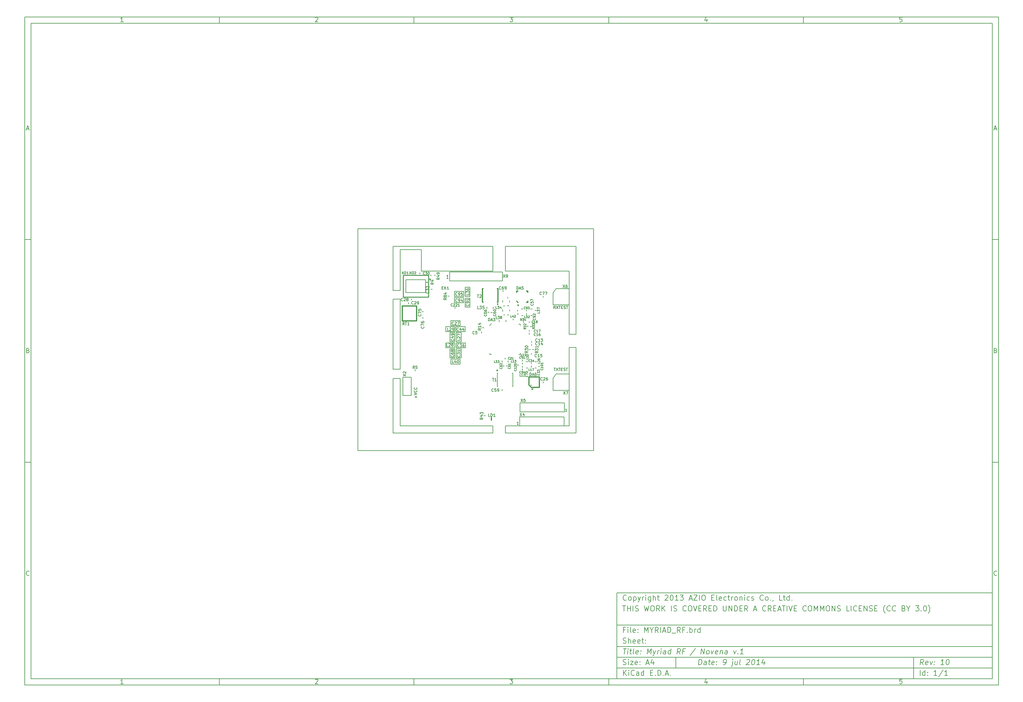
<source format=gto>
G04 (created by PCBNEW (2013-07-07 BZR 4022)-stable) date 09/07/2014 14:33:10*
%MOIN*%
G04 Gerber Fmt 3.4, Leading zero omitted, Abs format*
%FSLAX34Y34*%
G01*
G70*
G90*
G04 APERTURE LIST*
%ADD10C,0.00590551*%
%ADD11C,0.0077*%
%ADD12C,0.0078*%
%ADD13C,0.0117*%
%ADD14C,0.00787402*%
%ADD15C,0.00984252*%
%ADD16C,0.00688976*%
G04 APERTURE END LIST*
G54D10*
X4000Y-4000D02*
X112930Y-4000D01*
X112930Y-78680D01*
X4000Y-78680D01*
X4000Y-4000D01*
X4700Y-4700D02*
X112230Y-4700D01*
X112230Y-77980D01*
X4700Y-77980D01*
X4700Y-4700D01*
X25780Y-4000D02*
X25780Y-4700D01*
X15032Y-4552D02*
X14747Y-4552D01*
X14890Y-4552D02*
X14890Y-4052D01*
X14842Y-4123D01*
X14794Y-4171D01*
X14747Y-4195D01*
X25780Y-78680D02*
X25780Y-77980D01*
X15032Y-78532D02*
X14747Y-78532D01*
X14890Y-78532D02*
X14890Y-78032D01*
X14842Y-78103D01*
X14794Y-78151D01*
X14747Y-78175D01*
X47560Y-4000D02*
X47560Y-4700D01*
X36527Y-4100D02*
X36550Y-4076D01*
X36598Y-4052D01*
X36717Y-4052D01*
X36765Y-4076D01*
X36789Y-4100D01*
X36812Y-4147D01*
X36812Y-4195D01*
X36789Y-4266D01*
X36503Y-4552D01*
X36812Y-4552D01*
X47560Y-78680D02*
X47560Y-77980D01*
X36527Y-78080D02*
X36550Y-78056D01*
X36598Y-78032D01*
X36717Y-78032D01*
X36765Y-78056D01*
X36789Y-78080D01*
X36812Y-78127D01*
X36812Y-78175D01*
X36789Y-78246D01*
X36503Y-78532D01*
X36812Y-78532D01*
X69340Y-4000D02*
X69340Y-4700D01*
X58283Y-4052D02*
X58592Y-4052D01*
X58426Y-4242D01*
X58497Y-4242D01*
X58545Y-4266D01*
X58569Y-4290D01*
X58592Y-4338D01*
X58592Y-4457D01*
X58569Y-4504D01*
X58545Y-4528D01*
X58497Y-4552D01*
X58354Y-4552D01*
X58307Y-4528D01*
X58283Y-4504D01*
X69340Y-78680D02*
X69340Y-77980D01*
X58283Y-78032D02*
X58592Y-78032D01*
X58426Y-78222D01*
X58497Y-78222D01*
X58545Y-78246D01*
X58569Y-78270D01*
X58592Y-78318D01*
X58592Y-78437D01*
X58569Y-78484D01*
X58545Y-78508D01*
X58497Y-78532D01*
X58354Y-78532D01*
X58307Y-78508D01*
X58283Y-78484D01*
X91120Y-4000D02*
X91120Y-4700D01*
X80325Y-4219D02*
X80325Y-4552D01*
X80206Y-4028D02*
X80087Y-4385D01*
X80396Y-4385D01*
X91120Y-78680D02*
X91120Y-77980D01*
X80325Y-78199D02*
X80325Y-78532D01*
X80206Y-78008D02*
X80087Y-78365D01*
X80396Y-78365D01*
X102129Y-4052D02*
X101890Y-4052D01*
X101867Y-4290D01*
X101890Y-4266D01*
X101938Y-4242D01*
X102057Y-4242D01*
X102105Y-4266D01*
X102129Y-4290D01*
X102152Y-4338D01*
X102152Y-4457D01*
X102129Y-4504D01*
X102105Y-4528D01*
X102057Y-4552D01*
X101938Y-4552D01*
X101890Y-4528D01*
X101867Y-4504D01*
X102129Y-78032D02*
X101890Y-78032D01*
X101867Y-78270D01*
X101890Y-78246D01*
X101938Y-78222D01*
X102057Y-78222D01*
X102105Y-78246D01*
X102129Y-78270D01*
X102152Y-78318D01*
X102152Y-78437D01*
X102129Y-78484D01*
X102105Y-78508D01*
X102057Y-78532D01*
X101938Y-78532D01*
X101890Y-78508D01*
X101867Y-78484D01*
X4000Y-28890D02*
X4700Y-28890D01*
X4230Y-16509D02*
X4469Y-16509D01*
X4183Y-16652D02*
X4350Y-16152D01*
X4516Y-16652D01*
X112930Y-28890D02*
X112230Y-28890D01*
X112460Y-16509D02*
X112699Y-16509D01*
X112413Y-16652D02*
X112580Y-16152D01*
X112746Y-16652D01*
X4000Y-53780D02*
X4700Y-53780D01*
X4385Y-41280D02*
X4457Y-41304D01*
X4480Y-41328D01*
X4504Y-41375D01*
X4504Y-41447D01*
X4480Y-41494D01*
X4457Y-41518D01*
X4409Y-41542D01*
X4219Y-41542D01*
X4219Y-41042D01*
X4385Y-41042D01*
X4433Y-41066D01*
X4457Y-41090D01*
X4480Y-41137D01*
X4480Y-41185D01*
X4457Y-41232D01*
X4433Y-41256D01*
X4385Y-41280D01*
X4219Y-41280D01*
X112930Y-53780D02*
X112230Y-53780D01*
X112615Y-41280D02*
X112687Y-41304D01*
X112710Y-41328D01*
X112734Y-41375D01*
X112734Y-41447D01*
X112710Y-41494D01*
X112687Y-41518D01*
X112639Y-41542D01*
X112449Y-41542D01*
X112449Y-41042D01*
X112615Y-41042D01*
X112663Y-41066D01*
X112687Y-41090D01*
X112710Y-41137D01*
X112710Y-41185D01*
X112687Y-41232D01*
X112663Y-41256D01*
X112615Y-41280D01*
X112449Y-41280D01*
X4504Y-66384D02*
X4480Y-66408D01*
X4409Y-66432D01*
X4361Y-66432D01*
X4290Y-66408D01*
X4242Y-66360D01*
X4219Y-66313D01*
X4195Y-66218D01*
X4195Y-66146D01*
X4219Y-66051D01*
X4242Y-66003D01*
X4290Y-65956D01*
X4361Y-65932D01*
X4409Y-65932D01*
X4480Y-65956D01*
X4504Y-65980D01*
X112734Y-66384D02*
X112710Y-66408D01*
X112639Y-66432D01*
X112591Y-66432D01*
X112520Y-66408D01*
X112472Y-66360D01*
X112449Y-66313D01*
X112425Y-66218D01*
X112425Y-66146D01*
X112449Y-66051D01*
X112472Y-66003D01*
X112520Y-65956D01*
X112591Y-65932D01*
X112639Y-65932D01*
X112710Y-65956D01*
X112734Y-65980D01*
X79380Y-76422D02*
X79455Y-75822D01*
X79597Y-75822D01*
X79680Y-75851D01*
X79730Y-75908D01*
X79751Y-75965D01*
X79765Y-76080D01*
X79755Y-76165D01*
X79712Y-76280D01*
X79676Y-76337D01*
X79612Y-76394D01*
X79522Y-76422D01*
X79380Y-76422D01*
X80237Y-76422D02*
X80276Y-76108D01*
X80255Y-76051D01*
X80201Y-76022D01*
X80087Y-76022D01*
X80026Y-76051D01*
X80240Y-76394D02*
X80180Y-76422D01*
X80037Y-76422D01*
X79983Y-76394D01*
X79962Y-76337D01*
X79969Y-76280D01*
X80005Y-76222D01*
X80065Y-76194D01*
X80208Y-76194D01*
X80269Y-76165D01*
X80487Y-76022D02*
X80715Y-76022D01*
X80597Y-75822D02*
X80533Y-76337D01*
X80555Y-76394D01*
X80608Y-76422D01*
X80665Y-76422D01*
X81097Y-76394D02*
X81037Y-76422D01*
X80922Y-76422D01*
X80869Y-76394D01*
X80847Y-76337D01*
X80876Y-76108D01*
X80912Y-76051D01*
X80972Y-76022D01*
X81087Y-76022D01*
X81140Y-76051D01*
X81162Y-76108D01*
X81155Y-76165D01*
X80862Y-76222D01*
X81387Y-76365D02*
X81412Y-76394D01*
X81380Y-76422D01*
X81355Y-76394D01*
X81387Y-76365D01*
X81380Y-76422D01*
X81426Y-76051D02*
X81451Y-76080D01*
X81419Y-76108D01*
X81394Y-76080D01*
X81426Y-76051D01*
X81419Y-76108D01*
X82151Y-76422D02*
X82265Y-76422D01*
X82326Y-76394D01*
X82358Y-76365D01*
X82426Y-76280D01*
X82469Y-76165D01*
X82497Y-75937D01*
X82476Y-75880D01*
X82451Y-75851D01*
X82397Y-75822D01*
X82283Y-75822D01*
X82222Y-75851D01*
X82190Y-75880D01*
X82155Y-75937D01*
X82137Y-76080D01*
X82158Y-76137D01*
X82183Y-76165D01*
X82237Y-76194D01*
X82351Y-76194D01*
X82412Y-76165D01*
X82444Y-76137D01*
X82480Y-76080D01*
X83201Y-76022D02*
X83137Y-76537D01*
X83101Y-76594D01*
X83040Y-76622D01*
X83012Y-76622D01*
X83226Y-75822D02*
X83194Y-75851D01*
X83219Y-75880D01*
X83251Y-75851D01*
X83226Y-75822D01*
X83219Y-75880D01*
X83744Y-76022D02*
X83694Y-76422D01*
X83487Y-76022D02*
X83447Y-76337D01*
X83469Y-76394D01*
X83522Y-76422D01*
X83608Y-76422D01*
X83669Y-76394D01*
X83701Y-76365D01*
X84065Y-76422D02*
X84012Y-76394D01*
X83990Y-76337D01*
X84055Y-75822D01*
X84790Y-75880D02*
X84822Y-75851D01*
X84883Y-75822D01*
X85026Y-75822D01*
X85080Y-75851D01*
X85105Y-75880D01*
X85126Y-75937D01*
X85119Y-75994D01*
X85080Y-76080D01*
X84694Y-76422D01*
X85065Y-76422D01*
X85512Y-75822D02*
X85569Y-75822D01*
X85622Y-75851D01*
X85647Y-75880D01*
X85669Y-75937D01*
X85683Y-76051D01*
X85665Y-76194D01*
X85622Y-76308D01*
X85587Y-76365D01*
X85555Y-76394D01*
X85494Y-76422D01*
X85437Y-76422D01*
X85383Y-76394D01*
X85358Y-76365D01*
X85337Y-76308D01*
X85322Y-76194D01*
X85340Y-76051D01*
X85383Y-75937D01*
X85419Y-75880D01*
X85451Y-75851D01*
X85512Y-75822D01*
X86208Y-76422D02*
X85865Y-76422D01*
X86037Y-76422D02*
X86112Y-75822D01*
X86044Y-75908D01*
X85980Y-75965D01*
X85919Y-75994D01*
X86772Y-76022D02*
X86722Y-76422D01*
X86658Y-75794D02*
X86462Y-76222D01*
X86833Y-76222D01*
X70972Y-77622D02*
X70972Y-77022D01*
X71315Y-77622D02*
X71058Y-77280D01*
X71315Y-77022D02*
X70972Y-77365D01*
X71572Y-77622D02*
X71572Y-77222D01*
X71572Y-77022D02*
X71544Y-77051D01*
X71572Y-77080D01*
X71601Y-77051D01*
X71572Y-77022D01*
X71572Y-77080D01*
X72201Y-77565D02*
X72172Y-77594D01*
X72087Y-77622D01*
X72030Y-77622D01*
X71944Y-77594D01*
X71887Y-77537D01*
X71858Y-77480D01*
X71830Y-77365D01*
X71830Y-77280D01*
X71858Y-77165D01*
X71887Y-77108D01*
X71944Y-77051D01*
X72030Y-77022D01*
X72087Y-77022D01*
X72172Y-77051D01*
X72201Y-77080D01*
X72715Y-77622D02*
X72715Y-77308D01*
X72687Y-77251D01*
X72630Y-77222D01*
X72515Y-77222D01*
X72458Y-77251D01*
X72715Y-77594D02*
X72658Y-77622D01*
X72515Y-77622D01*
X72458Y-77594D01*
X72430Y-77537D01*
X72430Y-77480D01*
X72458Y-77422D01*
X72515Y-77394D01*
X72658Y-77394D01*
X72715Y-77365D01*
X73258Y-77622D02*
X73258Y-77022D01*
X73258Y-77594D02*
X73201Y-77622D01*
X73087Y-77622D01*
X73030Y-77594D01*
X73001Y-77565D01*
X72972Y-77508D01*
X72972Y-77337D01*
X73001Y-77280D01*
X73030Y-77251D01*
X73087Y-77222D01*
X73201Y-77222D01*
X73258Y-77251D01*
X74001Y-77308D02*
X74201Y-77308D01*
X74287Y-77622D02*
X74001Y-77622D01*
X74001Y-77022D01*
X74287Y-77022D01*
X74544Y-77565D02*
X74572Y-77594D01*
X74544Y-77622D01*
X74515Y-77594D01*
X74544Y-77565D01*
X74544Y-77622D01*
X74829Y-77622D02*
X74829Y-77022D01*
X74972Y-77022D01*
X75058Y-77051D01*
X75115Y-77108D01*
X75144Y-77165D01*
X75172Y-77280D01*
X75172Y-77365D01*
X75144Y-77480D01*
X75115Y-77537D01*
X75058Y-77594D01*
X74972Y-77622D01*
X74829Y-77622D01*
X75429Y-77565D02*
X75458Y-77594D01*
X75429Y-77622D01*
X75401Y-77594D01*
X75429Y-77565D01*
X75429Y-77622D01*
X75687Y-77451D02*
X75972Y-77451D01*
X75629Y-77622D02*
X75829Y-77022D01*
X76029Y-77622D01*
X76229Y-77565D02*
X76258Y-77594D01*
X76229Y-77622D01*
X76201Y-77594D01*
X76229Y-77565D01*
X76229Y-77622D01*
X104522Y-76422D02*
X104358Y-76137D01*
X104180Y-76422D02*
X104255Y-75822D01*
X104483Y-75822D01*
X104537Y-75851D01*
X104562Y-75880D01*
X104583Y-75937D01*
X104572Y-76022D01*
X104537Y-76080D01*
X104505Y-76108D01*
X104444Y-76137D01*
X104215Y-76137D01*
X105012Y-76394D02*
X104951Y-76422D01*
X104837Y-76422D01*
X104783Y-76394D01*
X104762Y-76337D01*
X104790Y-76108D01*
X104826Y-76051D01*
X104887Y-76022D01*
X105001Y-76022D01*
X105055Y-76051D01*
X105076Y-76108D01*
X105069Y-76165D01*
X104776Y-76222D01*
X105287Y-76022D02*
X105380Y-76422D01*
X105572Y-76022D01*
X105758Y-76365D02*
X105783Y-76394D01*
X105751Y-76422D01*
X105726Y-76394D01*
X105758Y-76365D01*
X105751Y-76422D01*
X105797Y-76051D02*
X105822Y-76080D01*
X105790Y-76108D01*
X105765Y-76080D01*
X105797Y-76051D01*
X105790Y-76108D01*
X106808Y-76422D02*
X106465Y-76422D01*
X106637Y-76422D02*
X106712Y-75822D01*
X106644Y-75908D01*
X106580Y-75965D01*
X106519Y-75994D01*
X107255Y-75822D02*
X107312Y-75822D01*
X107365Y-75851D01*
X107390Y-75880D01*
X107412Y-75937D01*
X107426Y-76051D01*
X107408Y-76194D01*
X107365Y-76308D01*
X107330Y-76365D01*
X107297Y-76394D01*
X107237Y-76422D01*
X107180Y-76422D01*
X107126Y-76394D01*
X107101Y-76365D01*
X107080Y-76308D01*
X107065Y-76194D01*
X107083Y-76051D01*
X107126Y-75937D01*
X107162Y-75880D01*
X107194Y-75851D01*
X107255Y-75822D01*
X70944Y-76394D02*
X71030Y-76422D01*
X71172Y-76422D01*
X71230Y-76394D01*
X71258Y-76365D01*
X71287Y-76308D01*
X71287Y-76251D01*
X71258Y-76194D01*
X71230Y-76165D01*
X71172Y-76137D01*
X71058Y-76108D01*
X71001Y-76080D01*
X70972Y-76051D01*
X70944Y-75994D01*
X70944Y-75937D01*
X70972Y-75880D01*
X71001Y-75851D01*
X71058Y-75822D01*
X71201Y-75822D01*
X71287Y-75851D01*
X71544Y-76422D02*
X71544Y-76022D01*
X71544Y-75822D02*
X71515Y-75851D01*
X71544Y-75880D01*
X71572Y-75851D01*
X71544Y-75822D01*
X71544Y-75880D01*
X71772Y-76022D02*
X72087Y-76022D01*
X71772Y-76422D01*
X72087Y-76422D01*
X72544Y-76394D02*
X72487Y-76422D01*
X72372Y-76422D01*
X72315Y-76394D01*
X72287Y-76337D01*
X72287Y-76108D01*
X72315Y-76051D01*
X72372Y-76022D01*
X72487Y-76022D01*
X72544Y-76051D01*
X72572Y-76108D01*
X72572Y-76165D01*
X72287Y-76222D01*
X72830Y-76365D02*
X72858Y-76394D01*
X72830Y-76422D01*
X72801Y-76394D01*
X72830Y-76365D01*
X72830Y-76422D01*
X72830Y-76051D02*
X72858Y-76080D01*
X72830Y-76108D01*
X72801Y-76080D01*
X72830Y-76051D01*
X72830Y-76108D01*
X73544Y-76251D02*
X73830Y-76251D01*
X73487Y-76422D02*
X73687Y-75822D01*
X73887Y-76422D01*
X74344Y-76022D02*
X74344Y-76422D01*
X74201Y-75794D02*
X74058Y-76222D01*
X74430Y-76222D01*
X104172Y-77622D02*
X104172Y-77022D01*
X104715Y-77622D02*
X104715Y-77022D01*
X104715Y-77594D02*
X104658Y-77622D01*
X104544Y-77622D01*
X104487Y-77594D01*
X104458Y-77565D01*
X104430Y-77508D01*
X104430Y-77337D01*
X104458Y-77280D01*
X104487Y-77251D01*
X104544Y-77222D01*
X104658Y-77222D01*
X104715Y-77251D01*
X105001Y-77565D02*
X105030Y-77594D01*
X105001Y-77622D01*
X104972Y-77594D01*
X105001Y-77565D01*
X105001Y-77622D01*
X105001Y-77251D02*
X105030Y-77280D01*
X105001Y-77308D01*
X104972Y-77280D01*
X105001Y-77251D01*
X105001Y-77308D01*
X106058Y-77622D02*
X105715Y-77622D01*
X105887Y-77622D02*
X105887Y-77022D01*
X105829Y-77108D01*
X105772Y-77165D01*
X105715Y-77194D01*
X106744Y-76994D02*
X106230Y-77765D01*
X107258Y-77622D02*
X106915Y-77622D01*
X107087Y-77622D02*
X107087Y-77022D01*
X107029Y-77108D01*
X106972Y-77165D01*
X106915Y-77194D01*
X70969Y-74622D02*
X71312Y-74622D01*
X71065Y-75222D02*
X71140Y-74622D01*
X71437Y-75222D02*
X71487Y-74822D01*
X71512Y-74622D02*
X71480Y-74651D01*
X71505Y-74680D01*
X71537Y-74651D01*
X71512Y-74622D01*
X71505Y-74680D01*
X71687Y-74822D02*
X71915Y-74822D01*
X71797Y-74622D02*
X71733Y-75137D01*
X71755Y-75194D01*
X71808Y-75222D01*
X71865Y-75222D01*
X72151Y-75222D02*
X72097Y-75194D01*
X72076Y-75137D01*
X72140Y-74622D01*
X72612Y-75194D02*
X72551Y-75222D01*
X72437Y-75222D01*
X72383Y-75194D01*
X72362Y-75137D01*
X72390Y-74908D01*
X72426Y-74851D01*
X72487Y-74822D01*
X72601Y-74822D01*
X72655Y-74851D01*
X72676Y-74908D01*
X72669Y-74965D01*
X72376Y-75022D01*
X72901Y-75165D02*
X72926Y-75194D01*
X72894Y-75222D01*
X72869Y-75194D01*
X72901Y-75165D01*
X72894Y-75222D01*
X72940Y-74851D02*
X72965Y-74880D01*
X72933Y-74908D01*
X72908Y-74880D01*
X72940Y-74851D01*
X72933Y-74908D01*
X73637Y-75222D02*
X73712Y-74622D01*
X73858Y-75051D01*
X74112Y-74622D01*
X74037Y-75222D01*
X74315Y-74822D02*
X74408Y-75222D01*
X74601Y-74822D02*
X74408Y-75222D01*
X74333Y-75365D01*
X74301Y-75394D01*
X74240Y-75422D01*
X74780Y-75222D02*
X74830Y-74822D01*
X74815Y-74937D02*
X74851Y-74880D01*
X74883Y-74851D01*
X74944Y-74822D01*
X75001Y-74822D01*
X75151Y-75222D02*
X75201Y-74822D01*
X75226Y-74622D02*
X75194Y-74651D01*
X75219Y-74680D01*
X75251Y-74651D01*
X75226Y-74622D01*
X75219Y-74680D01*
X75694Y-75222D02*
X75733Y-74908D01*
X75712Y-74851D01*
X75658Y-74822D01*
X75544Y-74822D01*
X75483Y-74851D01*
X75697Y-75194D02*
X75637Y-75222D01*
X75494Y-75222D01*
X75440Y-75194D01*
X75419Y-75137D01*
X75426Y-75080D01*
X75462Y-75022D01*
X75522Y-74994D01*
X75665Y-74994D01*
X75726Y-74965D01*
X76237Y-75222D02*
X76312Y-74622D01*
X76240Y-75194D02*
X76180Y-75222D01*
X76065Y-75222D01*
X76012Y-75194D01*
X75987Y-75165D01*
X75965Y-75108D01*
X75987Y-74937D01*
X76022Y-74880D01*
X76055Y-74851D01*
X76115Y-74822D01*
X76230Y-74822D01*
X76283Y-74851D01*
X77322Y-75222D02*
X77158Y-74937D01*
X76980Y-75222D02*
X77055Y-74622D01*
X77283Y-74622D01*
X77337Y-74651D01*
X77362Y-74680D01*
X77383Y-74737D01*
X77372Y-74822D01*
X77337Y-74880D01*
X77305Y-74908D01*
X77244Y-74937D01*
X77015Y-74937D01*
X77819Y-74908D02*
X77619Y-74908D01*
X77580Y-75222D02*
X77655Y-74622D01*
X77940Y-74622D01*
X79058Y-74594D02*
X78447Y-75365D01*
X79637Y-75222D02*
X79712Y-74622D01*
X79980Y-75222D01*
X80055Y-74622D01*
X80351Y-75222D02*
X80297Y-75194D01*
X80272Y-75165D01*
X80251Y-75108D01*
X80272Y-74937D01*
X80308Y-74880D01*
X80340Y-74851D01*
X80401Y-74822D01*
X80487Y-74822D01*
X80540Y-74851D01*
X80565Y-74880D01*
X80587Y-74937D01*
X80565Y-75108D01*
X80530Y-75165D01*
X80497Y-75194D01*
X80437Y-75222D01*
X80351Y-75222D01*
X80801Y-74822D02*
X80894Y-75222D01*
X81087Y-74822D01*
X81497Y-75194D02*
X81437Y-75222D01*
X81322Y-75222D01*
X81269Y-75194D01*
X81247Y-75137D01*
X81276Y-74908D01*
X81312Y-74851D01*
X81372Y-74822D01*
X81487Y-74822D01*
X81540Y-74851D01*
X81562Y-74908D01*
X81555Y-74965D01*
X81262Y-75022D01*
X81830Y-74822D02*
X81780Y-75222D01*
X81822Y-74880D02*
X81855Y-74851D01*
X81915Y-74822D01*
X82001Y-74822D01*
X82055Y-74851D01*
X82076Y-74908D01*
X82037Y-75222D01*
X82580Y-75222D02*
X82619Y-74908D01*
X82597Y-74851D01*
X82544Y-74822D01*
X82430Y-74822D01*
X82369Y-74851D01*
X82583Y-75194D02*
X82522Y-75222D01*
X82380Y-75222D01*
X82326Y-75194D01*
X82305Y-75137D01*
X82312Y-75080D01*
X82347Y-75022D01*
X82408Y-74994D01*
X82551Y-74994D01*
X82612Y-74965D01*
X83315Y-74822D02*
X83408Y-75222D01*
X83601Y-74822D01*
X83787Y-75165D02*
X83812Y-75194D01*
X83780Y-75222D01*
X83755Y-75194D01*
X83787Y-75165D01*
X83780Y-75222D01*
X84380Y-75222D02*
X84037Y-75222D01*
X84208Y-75222D02*
X84283Y-74622D01*
X84215Y-74708D01*
X84151Y-74765D01*
X84090Y-74794D01*
X71172Y-72508D02*
X70972Y-72508D01*
X70972Y-72822D02*
X70972Y-72222D01*
X71258Y-72222D01*
X71487Y-72822D02*
X71487Y-72422D01*
X71487Y-72222D02*
X71458Y-72251D01*
X71487Y-72280D01*
X71515Y-72251D01*
X71487Y-72222D01*
X71487Y-72280D01*
X71858Y-72822D02*
X71801Y-72794D01*
X71772Y-72737D01*
X71772Y-72222D01*
X72315Y-72794D02*
X72258Y-72822D01*
X72144Y-72822D01*
X72087Y-72794D01*
X72058Y-72737D01*
X72058Y-72508D01*
X72087Y-72451D01*
X72144Y-72422D01*
X72258Y-72422D01*
X72315Y-72451D01*
X72344Y-72508D01*
X72344Y-72565D01*
X72058Y-72622D01*
X72601Y-72765D02*
X72630Y-72794D01*
X72601Y-72822D01*
X72572Y-72794D01*
X72601Y-72765D01*
X72601Y-72822D01*
X72601Y-72451D02*
X72630Y-72480D01*
X72601Y-72508D01*
X72572Y-72480D01*
X72601Y-72451D01*
X72601Y-72508D01*
X73344Y-72822D02*
X73344Y-72222D01*
X73544Y-72651D01*
X73744Y-72222D01*
X73744Y-72822D01*
X74144Y-72537D02*
X74144Y-72822D01*
X73944Y-72222D02*
X74144Y-72537D01*
X74344Y-72222D01*
X74887Y-72822D02*
X74687Y-72537D01*
X74544Y-72822D02*
X74544Y-72222D01*
X74772Y-72222D01*
X74830Y-72251D01*
X74858Y-72280D01*
X74887Y-72337D01*
X74887Y-72422D01*
X74858Y-72480D01*
X74830Y-72508D01*
X74772Y-72537D01*
X74544Y-72537D01*
X75144Y-72822D02*
X75144Y-72222D01*
X75401Y-72651D02*
X75687Y-72651D01*
X75344Y-72822D02*
X75544Y-72222D01*
X75744Y-72822D01*
X75944Y-72822D02*
X75944Y-72222D01*
X76087Y-72222D01*
X76172Y-72251D01*
X76230Y-72308D01*
X76258Y-72365D01*
X76287Y-72480D01*
X76287Y-72565D01*
X76258Y-72680D01*
X76230Y-72737D01*
X76172Y-72794D01*
X76087Y-72822D01*
X75944Y-72822D01*
X76401Y-72880D02*
X76858Y-72880D01*
X77344Y-72822D02*
X77144Y-72537D01*
X77001Y-72822D02*
X77001Y-72222D01*
X77230Y-72222D01*
X77287Y-72251D01*
X77315Y-72280D01*
X77344Y-72337D01*
X77344Y-72422D01*
X77315Y-72480D01*
X77287Y-72508D01*
X77230Y-72537D01*
X77001Y-72537D01*
X77801Y-72508D02*
X77601Y-72508D01*
X77601Y-72822D02*
X77601Y-72222D01*
X77887Y-72222D01*
X78115Y-72765D02*
X78144Y-72794D01*
X78115Y-72822D01*
X78087Y-72794D01*
X78115Y-72765D01*
X78115Y-72822D01*
X78401Y-72822D02*
X78401Y-72222D01*
X78401Y-72451D02*
X78458Y-72422D01*
X78572Y-72422D01*
X78630Y-72451D01*
X78658Y-72480D01*
X78687Y-72537D01*
X78687Y-72708D01*
X78658Y-72765D01*
X78630Y-72794D01*
X78572Y-72822D01*
X78458Y-72822D01*
X78401Y-72794D01*
X78944Y-72822D02*
X78944Y-72422D01*
X78944Y-72537D02*
X78972Y-72480D01*
X79001Y-72451D01*
X79058Y-72422D01*
X79115Y-72422D01*
X79572Y-72822D02*
X79572Y-72222D01*
X79572Y-72794D02*
X79515Y-72822D01*
X79401Y-72822D01*
X79344Y-72794D01*
X79315Y-72765D01*
X79287Y-72708D01*
X79287Y-72537D01*
X79315Y-72480D01*
X79344Y-72451D01*
X79401Y-72422D01*
X79515Y-72422D01*
X79572Y-72451D01*
X70944Y-73994D02*
X71030Y-74022D01*
X71172Y-74022D01*
X71230Y-73994D01*
X71258Y-73965D01*
X71287Y-73908D01*
X71287Y-73851D01*
X71258Y-73794D01*
X71230Y-73765D01*
X71172Y-73737D01*
X71058Y-73708D01*
X71001Y-73680D01*
X70972Y-73651D01*
X70944Y-73594D01*
X70944Y-73537D01*
X70972Y-73480D01*
X71001Y-73451D01*
X71058Y-73422D01*
X71201Y-73422D01*
X71287Y-73451D01*
X71544Y-74022D02*
X71544Y-73422D01*
X71801Y-74022D02*
X71801Y-73708D01*
X71772Y-73651D01*
X71715Y-73622D01*
X71630Y-73622D01*
X71572Y-73651D01*
X71544Y-73680D01*
X72315Y-73994D02*
X72258Y-74022D01*
X72144Y-74022D01*
X72087Y-73994D01*
X72058Y-73937D01*
X72058Y-73708D01*
X72087Y-73651D01*
X72144Y-73622D01*
X72258Y-73622D01*
X72315Y-73651D01*
X72344Y-73708D01*
X72344Y-73765D01*
X72058Y-73822D01*
X72830Y-73994D02*
X72772Y-74022D01*
X72658Y-74022D01*
X72601Y-73994D01*
X72572Y-73937D01*
X72572Y-73708D01*
X72601Y-73651D01*
X72658Y-73622D01*
X72772Y-73622D01*
X72830Y-73651D01*
X72858Y-73708D01*
X72858Y-73765D01*
X72572Y-73822D01*
X73030Y-73622D02*
X73258Y-73622D01*
X73115Y-73422D02*
X73115Y-73937D01*
X73144Y-73994D01*
X73201Y-74022D01*
X73258Y-74022D01*
X73458Y-73965D02*
X73487Y-73994D01*
X73458Y-74022D01*
X73430Y-73994D01*
X73458Y-73965D01*
X73458Y-74022D01*
X73458Y-73651D02*
X73487Y-73680D01*
X73458Y-73708D01*
X73430Y-73680D01*
X73458Y-73651D01*
X73458Y-73708D01*
X70887Y-69822D02*
X71230Y-69822D01*
X71058Y-70422D02*
X71058Y-69822D01*
X71430Y-70422D02*
X71430Y-69822D01*
X71430Y-70108D02*
X71772Y-70108D01*
X71772Y-70422D02*
X71772Y-69822D01*
X72058Y-70422D02*
X72058Y-69822D01*
X72315Y-70394D02*
X72401Y-70422D01*
X72544Y-70422D01*
X72601Y-70394D01*
X72629Y-70365D01*
X72658Y-70308D01*
X72658Y-70251D01*
X72629Y-70194D01*
X72601Y-70165D01*
X72544Y-70137D01*
X72429Y-70108D01*
X72372Y-70080D01*
X72344Y-70051D01*
X72315Y-69994D01*
X72315Y-69937D01*
X72344Y-69880D01*
X72372Y-69851D01*
X72429Y-69822D01*
X72572Y-69822D01*
X72658Y-69851D01*
X73315Y-69822D02*
X73458Y-70422D01*
X73572Y-69994D01*
X73687Y-70422D01*
X73830Y-69822D01*
X74172Y-69822D02*
X74287Y-69822D01*
X74344Y-69851D01*
X74401Y-69908D01*
X74430Y-70022D01*
X74430Y-70222D01*
X74401Y-70337D01*
X74344Y-70394D01*
X74287Y-70422D01*
X74172Y-70422D01*
X74115Y-70394D01*
X74058Y-70337D01*
X74030Y-70222D01*
X74030Y-70022D01*
X74058Y-69908D01*
X74115Y-69851D01*
X74172Y-69822D01*
X75029Y-70422D02*
X74829Y-70137D01*
X74687Y-70422D02*
X74687Y-69822D01*
X74915Y-69822D01*
X74972Y-69851D01*
X75001Y-69880D01*
X75029Y-69937D01*
X75029Y-70022D01*
X75001Y-70080D01*
X74972Y-70108D01*
X74915Y-70137D01*
X74687Y-70137D01*
X75287Y-70422D02*
X75287Y-69822D01*
X75629Y-70422D02*
X75372Y-70080D01*
X75629Y-69822D02*
X75287Y-70165D01*
X76344Y-70422D02*
X76344Y-69822D01*
X76601Y-70394D02*
X76687Y-70422D01*
X76829Y-70422D01*
X76887Y-70394D01*
X76915Y-70365D01*
X76944Y-70308D01*
X76944Y-70251D01*
X76915Y-70194D01*
X76887Y-70165D01*
X76829Y-70137D01*
X76715Y-70108D01*
X76658Y-70080D01*
X76629Y-70051D01*
X76601Y-69994D01*
X76601Y-69937D01*
X76629Y-69880D01*
X76658Y-69851D01*
X76715Y-69822D01*
X76858Y-69822D01*
X76944Y-69851D01*
X78001Y-70365D02*
X77972Y-70394D01*
X77887Y-70422D01*
X77830Y-70422D01*
X77744Y-70394D01*
X77687Y-70337D01*
X77658Y-70280D01*
X77630Y-70165D01*
X77630Y-70080D01*
X77658Y-69965D01*
X77687Y-69908D01*
X77744Y-69851D01*
X77830Y-69822D01*
X77887Y-69822D01*
X77972Y-69851D01*
X78001Y-69880D01*
X78372Y-69822D02*
X78487Y-69822D01*
X78544Y-69851D01*
X78601Y-69908D01*
X78630Y-70022D01*
X78630Y-70222D01*
X78601Y-70337D01*
X78544Y-70394D01*
X78487Y-70422D01*
X78372Y-70422D01*
X78315Y-70394D01*
X78258Y-70337D01*
X78230Y-70222D01*
X78230Y-70022D01*
X78258Y-69908D01*
X78315Y-69851D01*
X78372Y-69822D01*
X78801Y-69822D02*
X79001Y-70422D01*
X79201Y-69822D01*
X79401Y-70108D02*
X79601Y-70108D01*
X79687Y-70422D02*
X79401Y-70422D01*
X79401Y-69822D01*
X79687Y-69822D01*
X80287Y-70422D02*
X80087Y-70137D01*
X79944Y-70422D02*
X79944Y-69822D01*
X80172Y-69822D01*
X80229Y-69851D01*
X80258Y-69880D01*
X80287Y-69937D01*
X80287Y-70022D01*
X80258Y-70080D01*
X80229Y-70108D01*
X80172Y-70137D01*
X79944Y-70137D01*
X80544Y-70108D02*
X80744Y-70108D01*
X80829Y-70422D02*
X80544Y-70422D01*
X80544Y-69822D01*
X80829Y-69822D01*
X81087Y-70422D02*
X81087Y-69822D01*
X81229Y-69822D01*
X81315Y-69851D01*
X81372Y-69908D01*
X81401Y-69965D01*
X81429Y-70080D01*
X81429Y-70165D01*
X81401Y-70280D01*
X81372Y-70337D01*
X81315Y-70394D01*
X81229Y-70422D01*
X81087Y-70422D01*
X82144Y-69822D02*
X82144Y-70308D01*
X82172Y-70365D01*
X82201Y-70394D01*
X82258Y-70422D01*
X82372Y-70422D01*
X82429Y-70394D01*
X82458Y-70365D01*
X82487Y-70308D01*
X82487Y-69822D01*
X82772Y-70422D02*
X82772Y-69822D01*
X83115Y-70422D01*
X83115Y-69822D01*
X83401Y-70422D02*
X83401Y-69822D01*
X83544Y-69822D01*
X83629Y-69851D01*
X83687Y-69908D01*
X83715Y-69965D01*
X83744Y-70080D01*
X83744Y-70165D01*
X83715Y-70280D01*
X83687Y-70337D01*
X83629Y-70394D01*
X83544Y-70422D01*
X83401Y-70422D01*
X84001Y-70108D02*
X84201Y-70108D01*
X84287Y-70422D02*
X84001Y-70422D01*
X84001Y-69822D01*
X84287Y-69822D01*
X84887Y-70422D02*
X84687Y-70137D01*
X84544Y-70422D02*
X84544Y-69822D01*
X84772Y-69822D01*
X84829Y-69851D01*
X84858Y-69880D01*
X84887Y-69937D01*
X84887Y-70022D01*
X84858Y-70080D01*
X84829Y-70108D01*
X84772Y-70137D01*
X84544Y-70137D01*
X85572Y-70251D02*
X85858Y-70251D01*
X85515Y-70422D02*
X85715Y-69822D01*
X85915Y-70422D01*
X86915Y-70365D02*
X86887Y-70394D01*
X86801Y-70422D01*
X86744Y-70422D01*
X86658Y-70394D01*
X86601Y-70337D01*
X86572Y-70280D01*
X86544Y-70165D01*
X86544Y-70080D01*
X86572Y-69965D01*
X86601Y-69908D01*
X86658Y-69851D01*
X86744Y-69822D01*
X86801Y-69822D01*
X86887Y-69851D01*
X86915Y-69880D01*
X87515Y-70422D02*
X87315Y-70137D01*
X87172Y-70422D02*
X87172Y-69822D01*
X87401Y-69822D01*
X87458Y-69851D01*
X87487Y-69880D01*
X87515Y-69937D01*
X87515Y-70022D01*
X87487Y-70080D01*
X87458Y-70108D01*
X87401Y-70137D01*
X87172Y-70137D01*
X87772Y-70108D02*
X87972Y-70108D01*
X88058Y-70422D02*
X87772Y-70422D01*
X87772Y-69822D01*
X88058Y-69822D01*
X88287Y-70251D02*
X88572Y-70251D01*
X88229Y-70422D02*
X88429Y-69822D01*
X88629Y-70422D01*
X88744Y-69822D02*
X89087Y-69822D01*
X88915Y-70422D02*
X88915Y-69822D01*
X89287Y-70422D02*
X89287Y-69822D01*
X89487Y-69822D02*
X89687Y-70422D01*
X89887Y-69822D01*
X90087Y-70108D02*
X90287Y-70108D01*
X90372Y-70422D02*
X90087Y-70422D01*
X90087Y-69822D01*
X90372Y-69822D01*
X91429Y-70365D02*
X91401Y-70394D01*
X91315Y-70422D01*
X91258Y-70422D01*
X91172Y-70394D01*
X91115Y-70337D01*
X91087Y-70280D01*
X91058Y-70165D01*
X91058Y-70080D01*
X91087Y-69965D01*
X91115Y-69908D01*
X91172Y-69851D01*
X91258Y-69822D01*
X91315Y-69822D01*
X91401Y-69851D01*
X91429Y-69880D01*
X91801Y-69822D02*
X91915Y-69822D01*
X91972Y-69851D01*
X92029Y-69908D01*
X92058Y-70022D01*
X92058Y-70222D01*
X92029Y-70337D01*
X91972Y-70394D01*
X91915Y-70422D01*
X91801Y-70422D01*
X91744Y-70394D01*
X91687Y-70337D01*
X91658Y-70222D01*
X91658Y-70022D01*
X91687Y-69908D01*
X91744Y-69851D01*
X91801Y-69822D01*
X92315Y-70422D02*
X92315Y-69822D01*
X92515Y-70251D01*
X92715Y-69822D01*
X92715Y-70422D01*
X93001Y-70422D02*
X93001Y-69822D01*
X93201Y-70251D01*
X93401Y-69822D01*
X93401Y-70422D01*
X93801Y-69822D02*
X93915Y-69822D01*
X93972Y-69851D01*
X94029Y-69908D01*
X94058Y-70022D01*
X94058Y-70222D01*
X94029Y-70337D01*
X93972Y-70394D01*
X93915Y-70422D01*
X93801Y-70422D01*
X93744Y-70394D01*
X93687Y-70337D01*
X93658Y-70222D01*
X93658Y-70022D01*
X93687Y-69908D01*
X93744Y-69851D01*
X93801Y-69822D01*
X94315Y-70422D02*
X94315Y-69822D01*
X94658Y-70422D01*
X94658Y-69822D01*
X94915Y-70394D02*
X95001Y-70422D01*
X95144Y-70422D01*
X95201Y-70394D01*
X95229Y-70365D01*
X95258Y-70308D01*
X95258Y-70251D01*
X95229Y-70194D01*
X95201Y-70165D01*
X95144Y-70137D01*
X95029Y-70108D01*
X94972Y-70080D01*
X94944Y-70051D01*
X94915Y-69994D01*
X94915Y-69937D01*
X94944Y-69880D01*
X94972Y-69851D01*
X95029Y-69822D01*
X95172Y-69822D01*
X95258Y-69851D01*
X96258Y-70422D02*
X95972Y-70422D01*
X95972Y-69822D01*
X96458Y-70422D02*
X96458Y-69822D01*
X97087Y-70365D02*
X97058Y-70394D01*
X96972Y-70422D01*
X96915Y-70422D01*
X96829Y-70394D01*
X96772Y-70337D01*
X96744Y-70280D01*
X96715Y-70165D01*
X96715Y-70080D01*
X96744Y-69965D01*
X96772Y-69908D01*
X96829Y-69851D01*
X96915Y-69822D01*
X96972Y-69822D01*
X97058Y-69851D01*
X97087Y-69880D01*
X97344Y-70108D02*
X97544Y-70108D01*
X97629Y-70422D02*
X97344Y-70422D01*
X97344Y-69822D01*
X97629Y-69822D01*
X97887Y-70422D02*
X97887Y-69822D01*
X98229Y-70422D01*
X98229Y-69822D01*
X98487Y-70394D02*
X98572Y-70422D01*
X98715Y-70422D01*
X98772Y-70394D01*
X98801Y-70365D01*
X98829Y-70308D01*
X98829Y-70251D01*
X98801Y-70194D01*
X98772Y-70165D01*
X98715Y-70137D01*
X98601Y-70108D01*
X98544Y-70080D01*
X98515Y-70051D01*
X98487Y-69994D01*
X98487Y-69937D01*
X98515Y-69880D01*
X98544Y-69851D01*
X98601Y-69822D01*
X98744Y-69822D01*
X98829Y-69851D01*
X99087Y-70108D02*
X99287Y-70108D01*
X99372Y-70422D02*
X99087Y-70422D01*
X99087Y-69822D01*
X99372Y-69822D01*
X100258Y-70651D02*
X100229Y-70622D01*
X100172Y-70537D01*
X100144Y-70480D01*
X100115Y-70394D01*
X100087Y-70251D01*
X100087Y-70137D01*
X100115Y-69994D01*
X100144Y-69908D01*
X100172Y-69851D01*
X100229Y-69765D01*
X100258Y-69737D01*
X100829Y-70365D02*
X100801Y-70394D01*
X100715Y-70422D01*
X100658Y-70422D01*
X100572Y-70394D01*
X100515Y-70337D01*
X100487Y-70280D01*
X100458Y-70165D01*
X100458Y-70080D01*
X100487Y-69965D01*
X100515Y-69908D01*
X100572Y-69851D01*
X100658Y-69822D01*
X100715Y-69822D01*
X100801Y-69851D01*
X100829Y-69880D01*
X101429Y-70365D02*
X101401Y-70394D01*
X101315Y-70422D01*
X101258Y-70422D01*
X101172Y-70394D01*
X101115Y-70337D01*
X101087Y-70280D01*
X101058Y-70165D01*
X101058Y-70080D01*
X101087Y-69965D01*
X101115Y-69908D01*
X101172Y-69851D01*
X101258Y-69822D01*
X101315Y-69822D01*
X101401Y-69851D01*
X101429Y-69880D01*
X102344Y-70108D02*
X102429Y-70137D01*
X102458Y-70165D01*
X102487Y-70222D01*
X102487Y-70308D01*
X102458Y-70365D01*
X102429Y-70394D01*
X102372Y-70422D01*
X102144Y-70422D01*
X102144Y-69822D01*
X102344Y-69822D01*
X102401Y-69851D01*
X102429Y-69880D01*
X102458Y-69937D01*
X102458Y-69994D01*
X102429Y-70051D01*
X102401Y-70080D01*
X102344Y-70108D01*
X102144Y-70108D01*
X102858Y-70137D02*
X102858Y-70422D01*
X102658Y-69822D02*
X102858Y-70137D01*
X103058Y-69822D01*
X103658Y-69822D02*
X104029Y-69822D01*
X103829Y-70051D01*
X103915Y-70051D01*
X103972Y-70080D01*
X104001Y-70108D01*
X104029Y-70165D01*
X104029Y-70308D01*
X104001Y-70365D01*
X103972Y-70394D01*
X103915Y-70422D01*
X103744Y-70422D01*
X103687Y-70394D01*
X103658Y-70365D01*
X104287Y-70365D02*
X104315Y-70394D01*
X104287Y-70422D01*
X104258Y-70394D01*
X104287Y-70365D01*
X104287Y-70422D01*
X104687Y-69822D02*
X104744Y-69822D01*
X104801Y-69851D01*
X104829Y-69880D01*
X104858Y-69937D01*
X104887Y-70051D01*
X104887Y-70194D01*
X104858Y-70308D01*
X104829Y-70365D01*
X104801Y-70394D01*
X104744Y-70422D01*
X104687Y-70422D01*
X104629Y-70394D01*
X104601Y-70365D01*
X104572Y-70308D01*
X104544Y-70194D01*
X104544Y-70051D01*
X104572Y-69937D01*
X104601Y-69880D01*
X104629Y-69851D01*
X104687Y-69822D01*
X105087Y-70651D02*
X105115Y-70622D01*
X105172Y-70537D01*
X105201Y-70480D01*
X105229Y-70394D01*
X105258Y-70251D01*
X105258Y-70137D01*
X105229Y-69994D01*
X105201Y-69908D01*
X105172Y-69851D01*
X105115Y-69765D01*
X105087Y-69737D01*
X71315Y-69165D02*
X71287Y-69194D01*
X71201Y-69222D01*
X71144Y-69222D01*
X71058Y-69194D01*
X71001Y-69137D01*
X70972Y-69080D01*
X70944Y-68965D01*
X70944Y-68880D01*
X70972Y-68765D01*
X71001Y-68708D01*
X71058Y-68651D01*
X71144Y-68622D01*
X71201Y-68622D01*
X71287Y-68651D01*
X71315Y-68680D01*
X71658Y-69222D02*
X71601Y-69194D01*
X71572Y-69165D01*
X71544Y-69108D01*
X71544Y-68937D01*
X71572Y-68880D01*
X71601Y-68851D01*
X71658Y-68822D01*
X71744Y-68822D01*
X71801Y-68851D01*
X71830Y-68880D01*
X71858Y-68937D01*
X71858Y-69108D01*
X71830Y-69165D01*
X71801Y-69194D01*
X71744Y-69222D01*
X71658Y-69222D01*
X72115Y-68822D02*
X72115Y-69422D01*
X72115Y-68851D02*
X72172Y-68822D01*
X72287Y-68822D01*
X72344Y-68851D01*
X72372Y-68880D01*
X72401Y-68937D01*
X72401Y-69108D01*
X72372Y-69165D01*
X72344Y-69194D01*
X72287Y-69222D01*
X72172Y-69222D01*
X72115Y-69194D01*
X72601Y-68822D02*
X72744Y-69222D01*
X72887Y-68822D02*
X72744Y-69222D01*
X72687Y-69365D01*
X72658Y-69394D01*
X72601Y-69422D01*
X73115Y-69222D02*
X73115Y-68822D01*
X73115Y-68937D02*
X73144Y-68880D01*
X73172Y-68851D01*
X73230Y-68822D01*
X73287Y-68822D01*
X73487Y-69222D02*
X73487Y-68822D01*
X73487Y-68622D02*
X73458Y-68651D01*
X73487Y-68680D01*
X73515Y-68651D01*
X73487Y-68622D01*
X73487Y-68680D01*
X74030Y-68822D02*
X74030Y-69308D01*
X74001Y-69365D01*
X73972Y-69394D01*
X73915Y-69422D01*
X73830Y-69422D01*
X73772Y-69394D01*
X74030Y-69194D02*
X73972Y-69222D01*
X73858Y-69222D01*
X73801Y-69194D01*
X73772Y-69165D01*
X73744Y-69108D01*
X73744Y-68937D01*
X73772Y-68880D01*
X73801Y-68851D01*
X73858Y-68822D01*
X73972Y-68822D01*
X74030Y-68851D01*
X74315Y-69222D02*
X74315Y-68622D01*
X74572Y-69222D02*
X74572Y-68908D01*
X74544Y-68851D01*
X74487Y-68822D01*
X74401Y-68822D01*
X74344Y-68851D01*
X74315Y-68880D01*
X74772Y-68822D02*
X75001Y-68822D01*
X74858Y-68622D02*
X74858Y-69137D01*
X74887Y-69194D01*
X74944Y-69222D01*
X75001Y-69222D01*
X75630Y-68680D02*
X75658Y-68651D01*
X75715Y-68622D01*
X75858Y-68622D01*
X75915Y-68651D01*
X75944Y-68680D01*
X75972Y-68737D01*
X75972Y-68794D01*
X75944Y-68880D01*
X75601Y-69222D01*
X75972Y-69222D01*
X76344Y-68622D02*
X76401Y-68622D01*
X76458Y-68651D01*
X76487Y-68680D01*
X76515Y-68737D01*
X76544Y-68851D01*
X76544Y-68994D01*
X76515Y-69108D01*
X76487Y-69165D01*
X76458Y-69194D01*
X76401Y-69222D01*
X76344Y-69222D01*
X76287Y-69194D01*
X76258Y-69165D01*
X76230Y-69108D01*
X76201Y-68994D01*
X76201Y-68851D01*
X76230Y-68737D01*
X76258Y-68680D01*
X76287Y-68651D01*
X76344Y-68622D01*
X77115Y-69222D02*
X76772Y-69222D01*
X76944Y-69222D02*
X76944Y-68622D01*
X76887Y-68708D01*
X76830Y-68765D01*
X76772Y-68794D01*
X77315Y-68622D02*
X77687Y-68622D01*
X77487Y-68851D01*
X77572Y-68851D01*
X77630Y-68880D01*
X77658Y-68908D01*
X77687Y-68965D01*
X77687Y-69108D01*
X77658Y-69165D01*
X77630Y-69194D01*
X77572Y-69222D01*
X77401Y-69222D01*
X77344Y-69194D01*
X77315Y-69165D01*
X78372Y-69051D02*
X78658Y-69051D01*
X78315Y-69222D02*
X78515Y-68622D01*
X78715Y-69222D01*
X78858Y-68622D02*
X79258Y-68622D01*
X78858Y-69222D01*
X79258Y-69222D01*
X79487Y-69222D02*
X79487Y-68622D01*
X79887Y-68622D02*
X80001Y-68622D01*
X80058Y-68651D01*
X80115Y-68708D01*
X80144Y-68822D01*
X80144Y-69022D01*
X80115Y-69137D01*
X80058Y-69194D01*
X80001Y-69222D01*
X79887Y-69222D01*
X79830Y-69194D01*
X79772Y-69137D01*
X79744Y-69022D01*
X79744Y-68822D01*
X79772Y-68708D01*
X79830Y-68651D01*
X79887Y-68622D01*
X80858Y-68908D02*
X81058Y-68908D01*
X81144Y-69222D02*
X80858Y-69222D01*
X80858Y-68622D01*
X81144Y-68622D01*
X81487Y-69222D02*
X81430Y-69194D01*
X81401Y-69137D01*
X81401Y-68622D01*
X81944Y-69194D02*
X81887Y-69222D01*
X81772Y-69222D01*
X81715Y-69194D01*
X81687Y-69137D01*
X81687Y-68908D01*
X81715Y-68851D01*
X81772Y-68822D01*
X81887Y-68822D01*
X81944Y-68851D01*
X81972Y-68908D01*
X81972Y-68965D01*
X81687Y-69022D01*
X82487Y-69194D02*
X82430Y-69222D01*
X82315Y-69222D01*
X82258Y-69194D01*
X82230Y-69165D01*
X82201Y-69108D01*
X82201Y-68937D01*
X82230Y-68880D01*
X82258Y-68851D01*
X82315Y-68822D01*
X82430Y-68822D01*
X82487Y-68851D01*
X82658Y-68822D02*
X82887Y-68822D01*
X82744Y-68622D02*
X82744Y-69137D01*
X82772Y-69194D01*
X82830Y-69222D01*
X82887Y-69222D01*
X83087Y-69222D02*
X83087Y-68822D01*
X83087Y-68937D02*
X83115Y-68880D01*
X83144Y-68851D01*
X83201Y-68822D01*
X83258Y-68822D01*
X83544Y-69222D02*
X83487Y-69194D01*
X83458Y-69165D01*
X83430Y-69108D01*
X83430Y-68937D01*
X83458Y-68880D01*
X83487Y-68851D01*
X83544Y-68822D01*
X83630Y-68822D01*
X83687Y-68851D01*
X83715Y-68880D01*
X83744Y-68937D01*
X83744Y-69108D01*
X83715Y-69165D01*
X83687Y-69194D01*
X83630Y-69222D01*
X83544Y-69222D01*
X84001Y-68822D02*
X84001Y-69222D01*
X84001Y-68880D02*
X84030Y-68851D01*
X84087Y-68822D01*
X84172Y-68822D01*
X84230Y-68851D01*
X84258Y-68908D01*
X84258Y-69222D01*
X84544Y-69222D02*
X84544Y-68822D01*
X84544Y-68622D02*
X84515Y-68651D01*
X84544Y-68680D01*
X84572Y-68651D01*
X84544Y-68622D01*
X84544Y-68680D01*
X85087Y-69194D02*
X85030Y-69222D01*
X84915Y-69222D01*
X84858Y-69194D01*
X84830Y-69165D01*
X84801Y-69108D01*
X84801Y-68937D01*
X84830Y-68880D01*
X84858Y-68851D01*
X84915Y-68822D01*
X85030Y-68822D01*
X85087Y-68851D01*
X85315Y-69194D02*
X85372Y-69222D01*
X85487Y-69222D01*
X85544Y-69194D01*
X85572Y-69137D01*
X85572Y-69108D01*
X85544Y-69051D01*
X85487Y-69022D01*
X85401Y-69022D01*
X85344Y-68994D01*
X85315Y-68937D01*
X85315Y-68908D01*
X85344Y-68851D01*
X85401Y-68822D01*
X85487Y-68822D01*
X85544Y-68851D01*
X86630Y-69165D02*
X86601Y-69194D01*
X86515Y-69222D01*
X86458Y-69222D01*
X86372Y-69194D01*
X86315Y-69137D01*
X86287Y-69080D01*
X86258Y-68965D01*
X86258Y-68880D01*
X86287Y-68765D01*
X86315Y-68708D01*
X86372Y-68651D01*
X86458Y-68622D01*
X86515Y-68622D01*
X86601Y-68651D01*
X86630Y-68680D01*
X86972Y-69222D02*
X86915Y-69194D01*
X86887Y-69165D01*
X86858Y-69108D01*
X86858Y-68937D01*
X86887Y-68880D01*
X86915Y-68851D01*
X86972Y-68822D01*
X87058Y-68822D01*
X87115Y-68851D01*
X87144Y-68880D01*
X87172Y-68937D01*
X87172Y-69108D01*
X87144Y-69165D01*
X87115Y-69194D01*
X87058Y-69222D01*
X86972Y-69222D01*
X87430Y-69165D02*
X87458Y-69194D01*
X87430Y-69222D01*
X87401Y-69194D01*
X87430Y-69165D01*
X87430Y-69222D01*
X87744Y-69194D02*
X87744Y-69222D01*
X87715Y-69280D01*
X87687Y-69308D01*
X88744Y-69222D02*
X88458Y-69222D01*
X88458Y-68622D01*
X88858Y-68822D02*
X89087Y-68822D01*
X88944Y-68622D02*
X88944Y-69137D01*
X88972Y-69194D01*
X89030Y-69222D01*
X89087Y-69222D01*
X89544Y-69222D02*
X89544Y-68622D01*
X89544Y-69194D02*
X89487Y-69222D01*
X89372Y-69222D01*
X89315Y-69194D01*
X89287Y-69165D01*
X89258Y-69108D01*
X89258Y-68937D01*
X89287Y-68880D01*
X89315Y-68851D01*
X89372Y-68822D01*
X89487Y-68822D01*
X89544Y-68851D01*
X89830Y-69165D02*
X89858Y-69194D01*
X89830Y-69222D01*
X89801Y-69194D01*
X89830Y-69165D01*
X89830Y-69222D01*
X70230Y-68380D02*
X70230Y-77980D01*
X70230Y-71980D02*
X112230Y-71980D01*
X70230Y-68380D02*
X112230Y-68380D01*
X70230Y-74380D02*
X112230Y-74380D01*
X103430Y-75580D02*
X103430Y-77980D01*
X70230Y-76780D02*
X112230Y-76780D01*
X70230Y-75580D02*
X112230Y-75580D01*
X76830Y-75580D02*
X76830Y-76780D01*
G54D11*
X53267Y-36456D02*
X53267Y-35433D01*
X53818Y-36456D02*
X53267Y-36456D01*
X53818Y-35433D02*
X53818Y-36456D01*
X53267Y-35433D02*
X53818Y-35433D01*
X53267Y-35236D02*
X53267Y-34212D01*
X53818Y-35236D02*
X53267Y-35236D01*
X53818Y-34212D02*
X53818Y-35236D01*
X53267Y-34212D02*
X53818Y-34212D01*
X53110Y-35393D02*
X53110Y-35944D01*
X53110Y-35944D02*
X52086Y-35944D01*
X52086Y-35944D02*
X52086Y-35393D01*
X52086Y-35393D02*
X53110Y-35393D01*
X53110Y-34685D02*
X53110Y-35236D01*
X53110Y-35236D02*
X52086Y-35236D01*
X52086Y-35236D02*
X52086Y-34685D01*
X52086Y-34685D02*
X53110Y-34685D01*
X52716Y-42244D02*
X52716Y-42795D01*
X52716Y-42795D02*
X51692Y-42795D01*
X51692Y-42795D02*
X51692Y-42244D01*
X51692Y-42244D02*
X52716Y-42244D01*
X52283Y-42125D02*
X52283Y-41102D01*
X52834Y-42125D02*
X52283Y-42125D01*
X52834Y-41102D02*
X52834Y-42125D01*
X52283Y-41102D02*
X52834Y-41102D01*
X51574Y-42125D02*
X51574Y-41102D01*
X52125Y-42125D02*
X51574Y-42125D01*
X52125Y-41102D02*
X52125Y-42125D01*
X51574Y-41102D02*
X52125Y-41102D01*
X53307Y-40433D02*
X53307Y-40984D01*
X53307Y-40984D02*
X52283Y-40984D01*
X52283Y-40984D02*
X52283Y-40433D01*
X52283Y-40433D02*
X53307Y-40433D01*
X52125Y-40433D02*
X52125Y-40984D01*
X52125Y-40984D02*
X51102Y-40984D01*
X51102Y-40984D02*
X51102Y-40433D01*
X51102Y-40433D02*
X52125Y-40433D01*
X51574Y-40314D02*
X51574Y-39291D01*
X52125Y-40314D02*
X51574Y-40314D01*
X52125Y-39291D02*
X52125Y-40314D01*
X51574Y-39291D02*
X52125Y-39291D01*
X52283Y-40314D02*
X52283Y-39291D01*
X52834Y-40314D02*
X52283Y-40314D01*
X52834Y-39291D02*
X52834Y-40314D01*
X52283Y-39291D02*
X52834Y-39291D01*
X53267Y-38622D02*
X53267Y-39173D01*
X53267Y-39173D02*
X52244Y-39173D01*
X52244Y-39173D02*
X52244Y-38622D01*
X52244Y-38622D02*
X53267Y-38622D01*
X52716Y-37952D02*
X52716Y-38503D01*
X52716Y-38503D02*
X51692Y-38503D01*
X51692Y-38503D02*
X51692Y-37952D01*
X51692Y-37952D02*
X52716Y-37952D01*
X51102Y-38622D02*
X52125Y-38622D01*
X51102Y-39173D02*
X51102Y-38622D01*
X52125Y-39173D02*
X51102Y-39173D01*
X52125Y-38622D02*
X52125Y-39173D01*
X46007Y-30019D02*
X48370Y-30019D01*
X48370Y-30019D02*
X48370Y-32401D01*
X48370Y-32401D02*
X56384Y-32401D01*
X46007Y-30019D02*
X46007Y-34570D01*
X41283Y-52483D02*
X41283Y-27680D01*
X67661Y-52483D02*
X41283Y-52483D01*
X67661Y-27680D02*
X67661Y-52483D01*
X41283Y-27680D02*
X67661Y-27680D01*
X64905Y-32401D02*
X64905Y-39492D01*
X57764Y-32401D02*
X64905Y-32401D01*
X57764Y-32401D02*
X57764Y-29648D01*
X65692Y-29650D02*
X57764Y-29650D01*
X65692Y-39492D02*
X65692Y-29650D01*
X64905Y-39492D02*
X65692Y-39492D01*
X57764Y-50515D02*
X57764Y-49728D01*
X65692Y-50515D02*
X57764Y-50515D01*
X65692Y-40948D02*
X65692Y-50515D01*
X64905Y-40948D02*
X65692Y-40948D01*
X64905Y-49728D02*
X64905Y-40948D01*
X57764Y-49728D02*
X64905Y-49728D01*
X45220Y-50515D02*
X45220Y-44413D01*
X56386Y-50515D02*
X45220Y-50515D01*
X56386Y-49728D02*
X56386Y-50515D01*
X46007Y-49728D02*
X56386Y-49728D01*
X46007Y-44413D02*
X46007Y-49728D01*
X46007Y-44413D02*
X45220Y-44413D01*
X45220Y-43390D02*
X45220Y-35555D01*
X46007Y-43390D02*
X45220Y-43390D01*
X46007Y-35555D02*
X46007Y-43390D01*
X46007Y-35555D02*
X45220Y-35555D01*
X46007Y-34570D02*
X45220Y-34570D01*
X45220Y-29648D02*
X45220Y-34570D01*
X45220Y-29648D02*
X56384Y-29648D01*
X56384Y-32401D02*
X56384Y-29648D01*
G54D10*
X63203Y-43237D02*
X63383Y-43237D01*
X63293Y-43552D02*
X63293Y-43237D01*
X63458Y-43237D02*
X63668Y-43552D01*
X63668Y-43237D02*
X63458Y-43552D01*
X63743Y-43237D02*
X63923Y-43237D01*
X63833Y-43552D02*
X63833Y-43237D01*
X64028Y-43387D02*
X64133Y-43387D01*
X64178Y-43552D02*
X64028Y-43552D01*
X64028Y-43237D01*
X64178Y-43237D01*
X64298Y-43537D02*
X64343Y-43552D01*
X64418Y-43552D01*
X64448Y-43537D01*
X64463Y-43522D01*
X64478Y-43492D01*
X64478Y-43462D01*
X64463Y-43432D01*
X64448Y-43417D01*
X64418Y-43402D01*
X64358Y-43387D01*
X64328Y-43372D01*
X64313Y-43357D01*
X64298Y-43327D01*
X64298Y-43297D01*
X64313Y-43267D01*
X64328Y-43252D01*
X64358Y-43237D01*
X64433Y-43237D01*
X64478Y-43252D01*
X64568Y-43237D02*
X64748Y-43237D01*
X64658Y-43552D02*
X64658Y-43237D01*
X63371Y-36627D02*
X63266Y-36477D01*
X63191Y-36627D02*
X63191Y-36312D01*
X63311Y-36312D01*
X63341Y-36327D01*
X63356Y-36342D01*
X63371Y-36372D01*
X63371Y-36417D01*
X63356Y-36447D01*
X63341Y-36462D01*
X63311Y-36477D01*
X63191Y-36477D01*
X63476Y-36312D02*
X63686Y-36627D01*
X63686Y-36312D02*
X63476Y-36627D01*
X63761Y-36312D02*
X63941Y-36312D01*
X63851Y-36627D02*
X63851Y-36312D01*
X64046Y-36462D02*
X64151Y-36462D01*
X64196Y-36627D02*
X64046Y-36627D01*
X64046Y-36312D01*
X64196Y-36312D01*
X64316Y-36612D02*
X64361Y-36627D01*
X64436Y-36627D01*
X64466Y-36612D01*
X64481Y-36597D01*
X64496Y-36567D01*
X64496Y-36537D01*
X64481Y-36507D01*
X64466Y-36492D01*
X64436Y-36477D01*
X64376Y-36462D01*
X64346Y-36447D01*
X64331Y-36432D01*
X64316Y-36402D01*
X64316Y-36372D01*
X64331Y-36342D01*
X64346Y-36327D01*
X64376Y-36312D01*
X64451Y-36312D01*
X64496Y-36327D01*
X64586Y-36312D02*
X64766Y-36312D01*
X64676Y-36627D02*
X64676Y-36312D01*
G54D11*
X49526Y-32874D02*
X49370Y-32874D01*
X49959Y-32874D02*
X49803Y-32874D01*
X51523Y-35221D02*
X51367Y-35221D01*
X60438Y-41181D02*
X60594Y-41181D01*
X55377Y-38744D02*
X55221Y-38744D01*
X60960Y-41165D02*
X60804Y-41165D01*
X60540Y-38599D02*
X60696Y-38599D01*
X60342Y-38587D02*
X60186Y-38587D01*
X59803Y-38016D02*
X59803Y-38172D01*
X59681Y-43495D02*
X59681Y-43299D01*
X58168Y-36283D02*
X57972Y-36283D01*
X59673Y-42491D02*
X59673Y-42295D01*
X60590Y-36641D02*
X60786Y-36641D01*
X57468Y-36897D02*
X57468Y-36701D01*
X59555Y-36641D02*
X59751Y-36641D01*
X57464Y-35881D02*
X57464Y-35685D01*
X58641Y-37893D02*
X58641Y-37697D01*
X60157Y-37306D02*
X60157Y-37110D01*
X58090Y-42609D02*
X58090Y-42413D01*
X57401Y-42405D02*
X57401Y-42601D01*
X61075Y-42543D02*
X61271Y-42543D01*
X60673Y-43180D02*
X60673Y-42984D01*
X60079Y-42551D02*
X60275Y-42551D01*
X57067Y-38082D02*
X57067Y-37886D01*
X56398Y-36598D02*
X56398Y-36402D01*
X55720Y-36398D02*
X55720Y-36594D01*
X57850Y-38074D02*
X57850Y-37878D01*
X61095Y-36826D02*
X61251Y-36826D01*
X61625Y-43070D02*
X61469Y-43070D01*
X61251Y-43259D02*
X61095Y-43259D01*
X60677Y-42634D02*
X60677Y-42790D01*
X60263Y-43259D02*
X60107Y-43259D01*
X59677Y-43006D02*
X59677Y-43162D01*
X59677Y-42642D02*
X59677Y-42798D01*
X59123Y-42901D02*
X59279Y-42901D01*
X59751Y-37385D02*
X59595Y-37385D01*
X57409Y-45626D02*
X57409Y-45782D01*
X58031Y-35299D02*
X58031Y-35455D01*
X57999Y-43007D02*
X57843Y-43007D01*
X57648Y-43007D02*
X57492Y-43007D01*
X57744Y-42103D02*
X57744Y-42259D01*
X59173Y-37126D02*
X59173Y-37282D01*
X60766Y-37385D02*
X60610Y-37385D01*
X60161Y-36733D02*
X60161Y-36889D01*
X57559Y-36295D02*
X57715Y-36295D01*
X52153Y-36418D02*
X52153Y-36574D01*
X58248Y-35709D02*
X58248Y-35865D01*
X57992Y-37307D02*
X58148Y-37307D01*
X57563Y-37311D02*
X57719Y-37311D01*
X56146Y-37047D02*
X56302Y-37047D01*
X58248Y-36713D02*
X58248Y-36869D01*
X57496Y-34547D02*
X57496Y-34703D01*
X55811Y-37007D02*
X55967Y-37007D01*
X59161Y-36736D02*
X59161Y-36892D01*
X61996Y-35197D02*
X61996Y-35353D01*
X48454Y-36953D02*
X48610Y-36953D01*
X48610Y-37634D02*
X48454Y-37634D01*
X60441Y-38032D02*
X60441Y-38188D01*
X60445Y-39005D02*
X60445Y-39161D01*
X60441Y-39328D02*
X60441Y-39484D01*
X60705Y-40229D02*
X60705Y-40385D01*
X60693Y-41571D02*
X60693Y-41727D01*
X55106Y-39330D02*
X55106Y-39174D01*
X60713Y-40571D02*
X60713Y-40727D01*
X55382Y-48594D02*
X55538Y-48594D01*
G54D12*
X56878Y-45326D02*
X56940Y-45326D01*
X56940Y-43826D02*
X56878Y-43826D01*
X58610Y-43826D02*
X58532Y-43826D01*
X58610Y-43826D02*
X58610Y-45326D01*
X58610Y-45326D02*
X58532Y-45326D01*
X56878Y-43826D02*
X56878Y-45326D01*
G54D13*
X56936Y-34374D02*
X56874Y-34374D01*
X56874Y-35874D02*
X56936Y-35874D01*
X55202Y-35874D02*
X55280Y-35874D01*
X55202Y-35874D02*
X55202Y-34374D01*
X55202Y-34374D02*
X55280Y-34374D01*
X56936Y-35874D02*
X56936Y-34374D01*
G54D14*
X60688Y-45173D02*
G75*
G03X60688Y-45173I-39J0D01*
G74*
G01*
G54D13*
X60413Y-45141D02*
X60413Y-44236D01*
X60413Y-44236D02*
X61594Y-44236D01*
X61594Y-44236D02*
X61594Y-45417D01*
X61594Y-45417D02*
X60688Y-45417D01*
X60688Y-45417D02*
X60413Y-45141D01*
G54D11*
X62027Y-44748D02*
X62027Y-44904D01*
G54D12*
X56051Y-41580D02*
X56051Y-41742D01*
X56051Y-41742D02*
X56208Y-41742D01*
X59446Y-41739D02*
X59290Y-41739D01*
X59446Y-41577D02*
X59446Y-41739D01*
X59278Y-38330D02*
X59441Y-38330D01*
X59441Y-38330D02*
X59441Y-38487D01*
X56012Y-38502D02*
X56223Y-38291D01*
G54D11*
X47279Y-35633D02*
X47279Y-35477D01*
X46929Y-35906D02*
X46929Y-36062D01*
G54D13*
X47854Y-37972D02*
X46240Y-37972D01*
X46240Y-37972D02*
X46240Y-36299D01*
X46240Y-36299D02*
X47854Y-36299D01*
X47854Y-36299D02*
X47854Y-37972D01*
G54D11*
X48216Y-32575D02*
X48216Y-32731D01*
X49605Y-34448D02*
X49449Y-34448D01*
G54D12*
X47244Y-44291D02*
X46300Y-44291D01*
X47244Y-44291D02*
X47244Y-46325D01*
X47244Y-46325D02*
X46300Y-46325D01*
X46300Y-44291D02*
X46300Y-46325D01*
G54D15*
X46338Y-32874D02*
X46338Y-35314D01*
X46338Y-35314D02*
X49172Y-35314D01*
X49172Y-35314D02*
X49172Y-32874D01*
X49172Y-32874D02*
X46338Y-32874D01*
G54D14*
X48818Y-33385D02*
X48858Y-33385D01*
X48818Y-33385D02*
X46653Y-33385D01*
X46653Y-33385D02*
X46653Y-34803D01*
X46653Y-34803D02*
X48858Y-34803D01*
X48858Y-34803D02*
X48858Y-33385D01*
G54D12*
X64370Y-48133D02*
X64370Y-47149D01*
X64370Y-48133D02*
X59410Y-48133D01*
X59410Y-48133D02*
X59410Y-47149D01*
X64370Y-47149D02*
X59410Y-47149D01*
X59374Y-48720D02*
X59374Y-49704D01*
X59374Y-48720D02*
X64334Y-48720D01*
X64334Y-48720D02*
X64334Y-49704D01*
X59374Y-49704D02*
X64334Y-49704D01*
G54D13*
X56220Y-48779D02*
X56220Y-49094D01*
X59037Y-34651D02*
X59174Y-34651D01*
X59037Y-34651D02*
X59037Y-34788D01*
X60295Y-34788D02*
X60295Y-34651D01*
X60295Y-34651D02*
X60158Y-34651D01*
X60158Y-35909D02*
X60295Y-35909D01*
X60295Y-35772D02*
X60295Y-35909D01*
X59037Y-35772D02*
X59174Y-35909D01*
G54D14*
X63098Y-36185D02*
X63098Y-34846D01*
X63098Y-34846D02*
X63452Y-34374D01*
X64555Y-36185D02*
X64909Y-36185D01*
X64909Y-36185D02*
X64909Y-35948D01*
X64909Y-34374D02*
X63452Y-34374D01*
X63098Y-36185D02*
X64555Y-36185D01*
X64909Y-35948D02*
X64909Y-34374D01*
X63098Y-45732D02*
X63098Y-44393D01*
X63098Y-44393D02*
X63452Y-43921D01*
X64555Y-45732D02*
X64909Y-45732D01*
X64909Y-45732D02*
X64909Y-45496D01*
X64909Y-43921D02*
X63452Y-43921D01*
X63098Y-45732D02*
X64555Y-45732D01*
X64909Y-45496D02*
X64909Y-43921D01*
X57440Y-33503D02*
X51535Y-33503D01*
X57440Y-32519D02*
X51535Y-32519D01*
G54D12*
X51535Y-32519D02*
X51535Y-33503D01*
X57440Y-32519D02*
X57440Y-33503D01*
G54D11*
X47677Y-43581D02*
X47677Y-43425D01*
G54D14*
X49757Y-33702D02*
X49607Y-33807D01*
X49757Y-33882D02*
X49442Y-33882D01*
X49442Y-33762D01*
X49457Y-33732D01*
X49472Y-33717D01*
X49502Y-33702D01*
X49547Y-33702D01*
X49577Y-33717D01*
X49592Y-33732D01*
X49607Y-33762D01*
X49607Y-33882D01*
X49547Y-33432D02*
X49757Y-33432D01*
X49427Y-33507D02*
X49652Y-33582D01*
X49652Y-33387D01*
X50414Y-33163D02*
X50264Y-33268D01*
X50414Y-33343D02*
X50099Y-33343D01*
X50099Y-33223D01*
X50114Y-33193D01*
X50129Y-33178D01*
X50159Y-33163D01*
X50204Y-33163D01*
X50234Y-33178D01*
X50249Y-33193D01*
X50264Y-33223D01*
X50264Y-33343D01*
X50204Y-32893D02*
X50414Y-32893D01*
X50084Y-32968D02*
X50309Y-33043D01*
X50309Y-32848D01*
X50414Y-32713D02*
X50414Y-32653D01*
X50399Y-32623D01*
X50384Y-32608D01*
X50339Y-32578D01*
X50279Y-32563D01*
X50159Y-32563D01*
X50129Y-32578D01*
X50114Y-32593D01*
X50099Y-32623D01*
X50099Y-32683D01*
X50114Y-32713D01*
X50129Y-32728D01*
X50159Y-32743D01*
X50234Y-32743D01*
X50264Y-32728D01*
X50279Y-32713D01*
X50294Y-32683D01*
X50294Y-32623D01*
X50279Y-32593D01*
X50264Y-32578D01*
X50234Y-32563D01*
X51206Y-35419D02*
X51056Y-35523D01*
X51206Y-35598D02*
X50891Y-35598D01*
X50891Y-35479D01*
X50906Y-35449D01*
X50921Y-35434D01*
X50951Y-35419D01*
X50996Y-35419D01*
X51026Y-35434D01*
X51041Y-35449D01*
X51056Y-35479D01*
X51056Y-35598D01*
X51026Y-35239D02*
X51011Y-35269D01*
X50996Y-35284D01*
X50966Y-35299D01*
X50951Y-35299D01*
X50921Y-35284D01*
X50906Y-35269D01*
X50891Y-35239D01*
X50891Y-35179D01*
X50906Y-35149D01*
X50921Y-35134D01*
X50951Y-35119D01*
X50966Y-35119D01*
X50996Y-35134D01*
X51011Y-35149D01*
X51026Y-35179D01*
X51026Y-35239D01*
X51041Y-35269D01*
X51056Y-35284D01*
X51086Y-35299D01*
X51146Y-35299D01*
X51176Y-35284D01*
X51191Y-35269D01*
X51206Y-35239D01*
X51206Y-35179D01*
X51191Y-35149D01*
X51176Y-35134D01*
X51146Y-35119D01*
X51086Y-35119D01*
X51056Y-35134D01*
X51041Y-35149D01*
X51026Y-35179D01*
X50996Y-34849D02*
X51206Y-34849D01*
X50876Y-34924D02*
X51101Y-34999D01*
X51101Y-34804D01*
X60308Y-41359D02*
X60158Y-41464D01*
X60308Y-41539D02*
X59993Y-41539D01*
X59993Y-41419D01*
X60008Y-41389D01*
X60023Y-41374D01*
X60053Y-41359D01*
X60098Y-41359D01*
X60128Y-41374D01*
X60143Y-41389D01*
X60158Y-41419D01*
X60158Y-41539D01*
X59993Y-41254D02*
X59993Y-41059D01*
X60113Y-41164D01*
X60113Y-41119D01*
X60128Y-41089D01*
X60143Y-41074D01*
X60173Y-41059D01*
X60248Y-41059D01*
X60278Y-41074D01*
X60293Y-41089D01*
X60308Y-41119D01*
X60308Y-41209D01*
X60293Y-41239D01*
X60278Y-41254D01*
X59993Y-40865D02*
X59993Y-40835D01*
X60008Y-40805D01*
X60023Y-40790D01*
X60053Y-40775D01*
X60113Y-40760D01*
X60188Y-40760D01*
X60248Y-40775D01*
X60278Y-40790D01*
X60293Y-40805D01*
X60308Y-40835D01*
X60308Y-40865D01*
X60293Y-40895D01*
X60278Y-40910D01*
X60248Y-40925D01*
X60188Y-40940D01*
X60113Y-40940D01*
X60053Y-40925D01*
X60023Y-40910D01*
X60008Y-40895D01*
X59993Y-40865D01*
X55048Y-38820D02*
X54898Y-38925D01*
X55048Y-39000D02*
X54733Y-39000D01*
X54733Y-38880D01*
X54748Y-38850D01*
X54763Y-38835D01*
X54793Y-38820D01*
X54838Y-38820D01*
X54868Y-38835D01*
X54883Y-38850D01*
X54898Y-38880D01*
X54898Y-39000D01*
X55048Y-38520D02*
X55048Y-38700D01*
X55048Y-38610D02*
X54733Y-38610D01*
X54778Y-38640D01*
X54808Y-38670D01*
X54823Y-38700D01*
X54838Y-38250D02*
X55048Y-38250D01*
X54718Y-38325D02*
X54943Y-38400D01*
X54943Y-38205D01*
X61434Y-41375D02*
X61284Y-41480D01*
X61434Y-41555D02*
X61119Y-41555D01*
X61119Y-41435D01*
X61134Y-41405D01*
X61149Y-41390D01*
X61179Y-41375D01*
X61224Y-41375D01*
X61254Y-41390D01*
X61269Y-41405D01*
X61284Y-41435D01*
X61284Y-41555D01*
X61119Y-41270D02*
X61119Y-41075D01*
X61239Y-41180D01*
X61239Y-41135D01*
X61254Y-41105D01*
X61269Y-41090D01*
X61299Y-41075D01*
X61374Y-41075D01*
X61404Y-41090D01*
X61419Y-41105D01*
X61434Y-41135D01*
X61434Y-41225D01*
X61419Y-41255D01*
X61404Y-41270D01*
X61434Y-40775D02*
X61434Y-40955D01*
X61434Y-40865D02*
X61119Y-40865D01*
X61164Y-40895D01*
X61194Y-40925D01*
X61209Y-40955D01*
G54D10*
X61052Y-38714D02*
X60939Y-38793D01*
X61052Y-38849D02*
X60816Y-38849D01*
X60816Y-38759D01*
X60827Y-38737D01*
X60838Y-38726D01*
X60861Y-38714D01*
X60894Y-38714D01*
X60917Y-38726D01*
X60928Y-38737D01*
X60939Y-38759D01*
X60939Y-38849D01*
X60816Y-38636D02*
X60816Y-38489D01*
X60906Y-38568D01*
X60906Y-38534D01*
X60917Y-38512D01*
X60928Y-38501D01*
X60951Y-38489D01*
X61007Y-38489D01*
X61029Y-38501D01*
X61041Y-38512D01*
X61052Y-38534D01*
X61052Y-38602D01*
X61041Y-38624D01*
X61029Y-38636D01*
X60816Y-38411D02*
X60816Y-38264D01*
X60906Y-38343D01*
X60906Y-38309D01*
X60917Y-38287D01*
X60928Y-38276D01*
X60951Y-38264D01*
X61007Y-38264D01*
X61029Y-38276D01*
X61041Y-38287D01*
X61052Y-38309D01*
X61052Y-38377D01*
X61041Y-38399D01*
X61029Y-38411D01*
X60075Y-38754D02*
X59963Y-38832D01*
X60075Y-38889D02*
X59839Y-38889D01*
X59839Y-38799D01*
X59850Y-38776D01*
X59862Y-38765D01*
X59884Y-38754D01*
X59918Y-38754D01*
X59940Y-38765D01*
X59952Y-38776D01*
X59963Y-38799D01*
X59963Y-38889D01*
X59839Y-38675D02*
X59839Y-38529D01*
X59929Y-38607D01*
X59929Y-38574D01*
X59940Y-38551D01*
X59952Y-38540D01*
X59974Y-38529D01*
X60030Y-38529D01*
X60053Y-38540D01*
X60064Y-38551D01*
X60075Y-38574D01*
X60075Y-38641D01*
X60064Y-38664D01*
X60053Y-38675D01*
X59862Y-38439D02*
X59850Y-38428D01*
X59839Y-38405D01*
X59839Y-38349D01*
X59850Y-38326D01*
X59862Y-38315D01*
X59884Y-38304D01*
X59907Y-38304D01*
X59940Y-38315D01*
X60075Y-38450D01*
X60075Y-38304D01*
X59611Y-37957D02*
X59533Y-37845D01*
X59476Y-37957D02*
X59476Y-37721D01*
X59566Y-37721D01*
X59589Y-37732D01*
X59600Y-37744D01*
X59611Y-37766D01*
X59611Y-37800D01*
X59600Y-37822D01*
X59589Y-37834D01*
X59566Y-37845D01*
X59476Y-37845D01*
X59690Y-37721D02*
X59836Y-37721D01*
X59758Y-37811D01*
X59791Y-37811D01*
X59814Y-37822D01*
X59825Y-37834D01*
X59836Y-37856D01*
X59836Y-37912D01*
X59825Y-37935D01*
X59814Y-37946D01*
X59791Y-37957D01*
X59724Y-37957D01*
X59701Y-37946D01*
X59690Y-37935D01*
X60039Y-37800D02*
X60039Y-37957D01*
X59983Y-37710D02*
X59926Y-37879D01*
X60073Y-37879D01*
X59517Y-44162D02*
X59404Y-44162D01*
X59404Y-43926D01*
X59719Y-44162D02*
X59584Y-44162D01*
X59652Y-44162D02*
X59652Y-43926D01*
X59629Y-43960D01*
X59607Y-43982D01*
X59584Y-43993D01*
X59809Y-43948D02*
X59821Y-43937D01*
X59843Y-43926D01*
X59899Y-43926D01*
X59922Y-43937D01*
X59933Y-43948D01*
X59944Y-43971D01*
X59944Y-43993D01*
X59933Y-44027D01*
X59798Y-44162D01*
X59944Y-44162D01*
G54D14*
X52725Y-40005D02*
X52725Y-40155D01*
X52410Y-40155D01*
X52440Y-39915D02*
X52425Y-39900D01*
X52410Y-39870D01*
X52410Y-39795D01*
X52425Y-39765D01*
X52440Y-39750D01*
X52470Y-39735D01*
X52500Y-39735D01*
X52545Y-39750D01*
X52725Y-39930D01*
X52725Y-39735D01*
X52410Y-39630D02*
X52410Y-39420D01*
X52725Y-39555D01*
G54D10*
X59643Y-41890D02*
X59530Y-41890D01*
X59530Y-41654D01*
X59845Y-41890D02*
X59710Y-41890D01*
X59778Y-41890D02*
X59778Y-41654D01*
X59755Y-41688D01*
X59733Y-41710D01*
X59710Y-41722D01*
X60070Y-41890D02*
X59935Y-41890D01*
X60003Y-41890D02*
X60003Y-41654D01*
X59980Y-41688D01*
X59958Y-41710D01*
X59935Y-41722D01*
G54D16*
X61607Y-36988D02*
X61607Y-37119D01*
X61332Y-37119D01*
X61332Y-36922D02*
X61332Y-36751D01*
X61437Y-36843D01*
X61437Y-36804D01*
X61450Y-36778D01*
X61463Y-36765D01*
X61489Y-36751D01*
X61555Y-36751D01*
X61581Y-36765D01*
X61594Y-36778D01*
X61607Y-36804D01*
X61607Y-36883D01*
X61594Y-36909D01*
X61581Y-36922D01*
X61332Y-36660D02*
X61332Y-36476D01*
X61607Y-36594D01*
G54D14*
X51372Y-40836D02*
X51222Y-40836D01*
X51222Y-40521D01*
X51462Y-40551D02*
X51477Y-40536D01*
X51507Y-40521D01*
X51582Y-40521D01*
X51612Y-40536D01*
X51627Y-40551D01*
X51642Y-40581D01*
X51642Y-40611D01*
X51627Y-40656D01*
X51447Y-40836D01*
X51642Y-40836D01*
X51822Y-40656D02*
X51792Y-40641D01*
X51777Y-40626D01*
X51762Y-40596D01*
X51762Y-40581D01*
X51777Y-40551D01*
X51792Y-40536D01*
X51822Y-40521D01*
X51882Y-40521D01*
X51912Y-40536D01*
X51927Y-40551D01*
X51942Y-40581D01*
X51942Y-40596D01*
X51927Y-40626D01*
X51912Y-40641D01*
X51882Y-40656D01*
X51822Y-40656D01*
X51792Y-40671D01*
X51777Y-40686D01*
X51762Y-40716D01*
X51762Y-40776D01*
X51777Y-40806D01*
X51792Y-40821D01*
X51822Y-40836D01*
X51882Y-40836D01*
X51912Y-40821D01*
X51927Y-40806D01*
X51942Y-40776D01*
X51942Y-40716D01*
X51927Y-40686D01*
X51912Y-40671D01*
X51882Y-40656D01*
X53710Y-34926D02*
X53710Y-35076D01*
X53395Y-35076D01*
X53395Y-34851D02*
X53395Y-34656D01*
X53515Y-34761D01*
X53515Y-34716D01*
X53530Y-34686D01*
X53545Y-34671D01*
X53575Y-34656D01*
X53650Y-34656D01*
X53680Y-34671D01*
X53695Y-34686D01*
X53710Y-34716D01*
X53710Y-34806D01*
X53695Y-34836D01*
X53680Y-34851D01*
X53395Y-34386D02*
X53395Y-34446D01*
X53410Y-34476D01*
X53425Y-34491D01*
X53470Y-34521D01*
X53530Y-34536D01*
X53650Y-34536D01*
X53680Y-34521D01*
X53695Y-34506D01*
X53710Y-34476D01*
X53710Y-34416D01*
X53695Y-34386D01*
X53680Y-34371D01*
X53650Y-34356D01*
X53575Y-34356D01*
X53545Y-34371D01*
X53530Y-34386D01*
X53515Y-34416D01*
X53515Y-34476D01*
X53530Y-34506D01*
X53545Y-34521D01*
X53575Y-34536D01*
X51451Y-39064D02*
X51301Y-39064D01*
X51301Y-38749D01*
X51541Y-38779D02*
X51556Y-38764D01*
X51586Y-38749D01*
X51661Y-38749D01*
X51691Y-38764D01*
X51706Y-38779D01*
X51721Y-38809D01*
X51721Y-38839D01*
X51706Y-38884D01*
X51526Y-39064D01*
X51721Y-39064D01*
X51871Y-39064D02*
X51931Y-39064D01*
X51961Y-39049D01*
X51976Y-39034D01*
X52005Y-38989D01*
X52020Y-38929D01*
X52020Y-38809D01*
X52005Y-38779D01*
X51991Y-38764D01*
X51961Y-38749D01*
X51901Y-38749D01*
X51871Y-38764D01*
X51856Y-38779D01*
X51841Y-38809D01*
X51841Y-38884D01*
X51856Y-38914D01*
X51871Y-38929D01*
X51901Y-38944D01*
X51961Y-38944D01*
X51991Y-38929D01*
X52005Y-38914D01*
X52020Y-38884D01*
G54D10*
X58485Y-37579D02*
X58373Y-37579D01*
X58373Y-37343D01*
X58665Y-37422D02*
X58665Y-37579D01*
X58609Y-37332D02*
X58553Y-37501D01*
X58699Y-37501D01*
X58778Y-37366D02*
X58789Y-37354D01*
X58812Y-37343D01*
X58868Y-37343D01*
X58890Y-37354D01*
X58902Y-37366D01*
X58913Y-37388D01*
X58913Y-37411D01*
X58902Y-37444D01*
X58767Y-37579D01*
X58913Y-37579D01*
X60037Y-37638D02*
X59924Y-37638D01*
X59924Y-37402D01*
X60093Y-37402D02*
X60239Y-37402D01*
X60160Y-37492D01*
X60194Y-37492D01*
X60217Y-37503D01*
X60228Y-37515D01*
X60239Y-37537D01*
X60239Y-37593D01*
X60228Y-37616D01*
X60217Y-37627D01*
X60194Y-37638D01*
X60127Y-37638D01*
X60104Y-37627D01*
X60093Y-37616D01*
X60329Y-37425D02*
X60340Y-37413D01*
X60363Y-37402D01*
X60419Y-37402D01*
X60442Y-37413D01*
X60453Y-37425D01*
X60464Y-37447D01*
X60464Y-37470D01*
X60453Y-37503D01*
X60318Y-37638D01*
X60464Y-37638D01*
X58544Y-42599D02*
X58432Y-42599D01*
X58432Y-42363D01*
X58747Y-42599D02*
X58612Y-42599D01*
X58679Y-42599D02*
X58679Y-42363D01*
X58657Y-42397D01*
X58634Y-42419D01*
X58612Y-42430D01*
X58826Y-42363D02*
X58972Y-42363D01*
X58893Y-42453D01*
X58927Y-42453D01*
X58949Y-42464D01*
X58961Y-42475D01*
X58972Y-42498D01*
X58972Y-42554D01*
X58961Y-42577D01*
X58949Y-42588D01*
X58927Y-42599D01*
X58859Y-42599D01*
X58837Y-42588D01*
X58826Y-42577D01*
X56659Y-42642D02*
X56546Y-42642D01*
X56546Y-42406D01*
X56715Y-42406D02*
X56861Y-42406D01*
X56782Y-42496D01*
X56816Y-42496D01*
X56839Y-42507D01*
X56850Y-42519D01*
X56861Y-42541D01*
X56861Y-42597D01*
X56850Y-42620D01*
X56839Y-42631D01*
X56816Y-42642D01*
X56749Y-42642D01*
X56726Y-42631D01*
X56715Y-42620D01*
X56940Y-42406D02*
X57086Y-42406D01*
X57007Y-42496D01*
X57041Y-42496D01*
X57064Y-42507D01*
X57075Y-42519D01*
X57086Y-42541D01*
X57086Y-42597D01*
X57075Y-42620D01*
X57064Y-42631D01*
X57041Y-42642D01*
X56974Y-42642D01*
X56951Y-42631D01*
X56940Y-42620D01*
X61634Y-42600D02*
X61634Y-42713D01*
X61398Y-42713D01*
X61421Y-42533D02*
X61410Y-42521D01*
X61398Y-42499D01*
X61398Y-42443D01*
X61410Y-42420D01*
X61421Y-42409D01*
X61443Y-42398D01*
X61466Y-42398D01*
X61500Y-42409D01*
X61634Y-42544D01*
X61634Y-42398D01*
X61398Y-42195D02*
X61398Y-42240D01*
X61410Y-42263D01*
X61421Y-42274D01*
X61455Y-42296D01*
X61500Y-42308D01*
X61589Y-42308D01*
X61612Y-42296D01*
X61623Y-42285D01*
X61634Y-42263D01*
X61634Y-42218D01*
X61623Y-42195D01*
X61612Y-42184D01*
X61589Y-42173D01*
X61533Y-42173D01*
X61511Y-42184D01*
X61500Y-42195D01*
X61488Y-42218D01*
X61488Y-42263D01*
X61500Y-42285D01*
X61511Y-42296D01*
X61533Y-42308D01*
X60517Y-43540D02*
X60404Y-43540D01*
X60404Y-43304D01*
X60719Y-43540D02*
X60584Y-43540D01*
X60652Y-43540D02*
X60652Y-43304D01*
X60629Y-43338D01*
X60607Y-43360D01*
X60584Y-43371D01*
X60798Y-43304D02*
X60956Y-43304D01*
X60854Y-43540D01*
X60355Y-42147D02*
X60355Y-42260D01*
X60119Y-42260D01*
X60141Y-42080D02*
X60130Y-42069D01*
X60119Y-42046D01*
X60119Y-41990D01*
X60130Y-41967D01*
X60141Y-41956D01*
X60164Y-41945D01*
X60186Y-41945D01*
X60220Y-41956D01*
X60355Y-42091D01*
X60355Y-41945D01*
X60141Y-41855D02*
X60130Y-41844D01*
X60119Y-41821D01*
X60119Y-41765D01*
X60130Y-41742D01*
X60141Y-41731D01*
X60164Y-41720D01*
X60186Y-41720D01*
X60220Y-41731D01*
X60355Y-41866D01*
X60355Y-41720D01*
G54D16*
X56874Y-37729D02*
X56742Y-37729D01*
X56742Y-37454D01*
X56939Y-37454D02*
X57110Y-37454D01*
X57018Y-37559D01*
X57057Y-37559D01*
X57083Y-37572D01*
X57097Y-37585D01*
X57110Y-37611D01*
X57110Y-37677D01*
X57097Y-37703D01*
X57083Y-37716D01*
X57057Y-37729D01*
X56979Y-37729D01*
X56952Y-37716D01*
X56939Y-37703D01*
X57267Y-37572D02*
X57241Y-37559D01*
X57228Y-37545D01*
X57215Y-37519D01*
X57215Y-37506D01*
X57228Y-37480D01*
X57241Y-37467D01*
X57267Y-37454D01*
X57320Y-37454D01*
X57346Y-37467D01*
X57359Y-37480D01*
X57372Y-37506D01*
X57372Y-37519D01*
X57359Y-37545D01*
X57346Y-37559D01*
X57320Y-37572D01*
X57267Y-37572D01*
X57241Y-37585D01*
X57228Y-37598D01*
X57215Y-37624D01*
X57215Y-37677D01*
X57228Y-37703D01*
X57241Y-37716D01*
X57267Y-37729D01*
X57320Y-37729D01*
X57346Y-37716D01*
X57359Y-37703D01*
X57372Y-37677D01*
X57372Y-37624D01*
X57359Y-37598D01*
X57346Y-37585D01*
X57320Y-37572D01*
X56850Y-36619D02*
X56719Y-36619D01*
X56719Y-36343D01*
X56916Y-36343D02*
X57086Y-36343D01*
X56994Y-36448D01*
X57034Y-36448D01*
X57060Y-36461D01*
X57073Y-36475D01*
X57086Y-36501D01*
X57086Y-36566D01*
X57073Y-36593D01*
X57060Y-36606D01*
X57034Y-36619D01*
X56955Y-36619D01*
X56929Y-36606D01*
X56916Y-36593D01*
X57322Y-36435D02*
X57322Y-36619D01*
X57257Y-36330D02*
X57191Y-36527D01*
X57362Y-36527D01*
G54D14*
X54844Y-36643D02*
X54694Y-36643D01*
X54694Y-36328D01*
X54919Y-36328D02*
X55114Y-36328D01*
X55009Y-36448D01*
X55054Y-36448D01*
X55084Y-36463D01*
X55099Y-36478D01*
X55114Y-36508D01*
X55114Y-36583D01*
X55099Y-36613D01*
X55084Y-36628D01*
X55054Y-36643D01*
X54964Y-36643D01*
X54934Y-36628D01*
X54919Y-36613D01*
X55399Y-36328D02*
X55249Y-36328D01*
X55234Y-36478D01*
X55249Y-36463D01*
X55279Y-36448D01*
X55354Y-36448D01*
X55384Y-36463D01*
X55399Y-36478D01*
X55414Y-36508D01*
X55414Y-36583D01*
X55399Y-36613D01*
X55384Y-36628D01*
X55354Y-36643D01*
X55279Y-36643D01*
X55249Y-36628D01*
X55234Y-36613D01*
X52002Y-42686D02*
X51852Y-42686D01*
X51852Y-42371D01*
X52242Y-42476D02*
X52242Y-42686D01*
X52167Y-42356D02*
X52092Y-42581D01*
X52287Y-42581D01*
X52467Y-42371D02*
X52497Y-42371D01*
X52527Y-42386D01*
X52542Y-42401D01*
X52557Y-42431D01*
X52572Y-42491D01*
X52572Y-42566D01*
X52557Y-42626D01*
X52542Y-42656D01*
X52527Y-42671D01*
X52497Y-42686D01*
X52467Y-42686D01*
X52437Y-42671D01*
X52422Y-42656D01*
X52407Y-42626D01*
X52392Y-42566D01*
X52392Y-42491D01*
X52407Y-42431D01*
X52422Y-42401D01*
X52437Y-42386D01*
X52467Y-42371D01*
G54D16*
X60872Y-36082D02*
X60885Y-36095D01*
X60898Y-36135D01*
X60898Y-36161D01*
X60885Y-36200D01*
X60859Y-36227D01*
X60833Y-36240D01*
X60780Y-36253D01*
X60741Y-36253D01*
X60688Y-36240D01*
X60662Y-36227D01*
X60636Y-36200D01*
X60623Y-36161D01*
X60623Y-36135D01*
X60636Y-36095D01*
X60649Y-36082D01*
X60623Y-35833D02*
X60623Y-35964D01*
X60754Y-35977D01*
X60741Y-35964D01*
X60728Y-35938D01*
X60728Y-35872D01*
X60741Y-35846D01*
X60754Y-35833D01*
X60780Y-35820D01*
X60846Y-35820D01*
X60872Y-35833D01*
X60885Y-35846D01*
X60898Y-35872D01*
X60898Y-35938D01*
X60885Y-35964D01*
X60872Y-35977D01*
X60623Y-35728D02*
X60623Y-35544D01*
X60898Y-35662D01*
G54D10*
X61943Y-43323D02*
X61954Y-43334D01*
X61965Y-43368D01*
X61965Y-43390D01*
X61954Y-43424D01*
X61931Y-43447D01*
X61909Y-43458D01*
X61864Y-43469D01*
X61830Y-43469D01*
X61785Y-43458D01*
X61763Y-43447D01*
X61740Y-43424D01*
X61729Y-43390D01*
X61729Y-43368D01*
X61740Y-43334D01*
X61751Y-43323D01*
X61965Y-43098D02*
X61965Y-43233D01*
X61965Y-43165D02*
X61729Y-43165D01*
X61763Y-43188D01*
X61785Y-43210D01*
X61796Y-43233D01*
X61729Y-42952D02*
X61729Y-42929D01*
X61740Y-42907D01*
X61751Y-42895D01*
X61774Y-42884D01*
X61819Y-42873D01*
X61875Y-42873D01*
X61920Y-42884D01*
X61943Y-42895D01*
X61954Y-42907D01*
X61965Y-42929D01*
X61965Y-42952D01*
X61954Y-42974D01*
X61943Y-42985D01*
X61920Y-42997D01*
X61875Y-43008D01*
X61819Y-43008D01*
X61774Y-42997D01*
X61751Y-42985D01*
X61740Y-42974D01*
X61729Y-42952D01*
X61965Y-42648D02*
X61965Y-42783D01*
X61965Y-42715D02*
X61729Y-42715D01*
X61763Y-42738D01*
X61785Y-42760D01*
X61796Y-42783D01*
X61604Y-43899D02*
X61615Y-43911D01*
X61627Y-43944D01*
X61627Y-43967D01*
X61615Y-44001D01*
X61593Y-44023D01*
X61570Y-44034D01*
X61525Y-44046D01*
X61492Y-44046D01*
X61447Y-44034D01*
X61424Y-44023D01*
X61402Y-44001D01*
X61390Y-43967D01*
X61390Y-43944D01*
X61402Y-43911D01*
X61413Y-43899D01*
X61390Y-43821D02*
X61390Y-43674D01*
X61480Y-43753D01*
X61480Y-43719D01*
X61492Y-43697D01*
X61503Y-43686D01*
X61525Y-43674D01*
X61582Y-43674D01*
X61604Y-43686D01*
X61615Y-43697D01*
X61627Y-43719D01*
X61627Y-43787D01*
X61615Y-43809D01*
X61604Y-43821D01*
X61390Y-43596D02*
X61390Y-43449D01*
X61480Y-43528D01*
X61480Y-43494D01*
X61492Y-43472D01*
X61503Y-43461D01*
X61525Y-43449D01*
X61582Y-43449D01*
X61604Y-43461D01*
X61615Y-43472D01*
X61627Y-43494D01*
X61627Y-43562D01*
X61615Y-43584D01*
X61604Y-43596D01*
X60533Y-42521D02*
X60521Y-42533D01*
X60488Y-42544D01*
X60465Y-42544D01*
X60431Y-42533D01*
X60409Y-42510D01*
X60398Y-42488D01*
X60386Y-42443D01*
X60386Y-42409D01*
X60398Y-42364D01*
X60409Y-42341D01*
X60431Y-42319D01*
X60465Y-42308D01*
X60488Y-42308D01*
X60521Y-42319D01*
X60533Y-42330D01*
X60611Y-42308D02*
X60758Y-42308D01*
X60679Y-42398D01*
X60713Y-42398D01*
X60735Y-42409D01*
X60746Y-42420D01*
X60758Y-42443D01*
X60758Y-42499D01*
X60746Y-42521D01*
X60735Y-42533D01*
X60713Y-42544D01*
X60645Y-42544D01*
X60623Y-42533D01*
X60611Y-42521D01*
X60960Y-42386D02*
X60960Y-42544D01*
X60904Y-42296D02*
X60848Y-42465D01*
X60994Y-42465D01*
X60269Y-44077D02*
X60281Y-44088D01*
X60292Y-44122D01*
X60292Y-44144D01*
X60281Y-44178D01*
X60258Y-44200D01*
X60236Y-44212D01*
X60191Y-44223D01*
X60157Y-44223D01*
X60112Y-44212D01*
X60089Y-44200D01*
X60067Y-44178D01*
X60056Y-44144D01*
X60056Y-44122D01*
X60067Y-44088D01*
X60078Y-44077D01*
X60056Y-43998D02*
X60056Y-43840D01*
X60292Y-43942D01*
X60078Y-43762D02*
X60067Y-43750D01*
X60056Y-43728D01*
X60056Y-43672D01*
X60067Y-43649D01*
X60078Y-43638D01*
X60101Y-43627D01*
X60123Y-43627D01*
X60157Y-43638D01*
X60292Y-43773D01*
X60292Y-43627D01*
X59513Y-43817D02*
X59502Y-43828D01*
X59468Y-43839D01*
X59446Y-43839D01*
X59412Y-43828D01*
X59389Y-43805D01*
X59378Y-43783D01*
X59367Y-43738D01*
X59367Y-43704D01*
X59378Y-43659D01*
X59389Y-43637D01*
X59412Y-43614D01*
X59446Y-43603D01*
X59468Y-43603D01*
X59502Y-43614D01*
X59513Y-43625D01*
X59727Y-43603D02*
X59614Y-43603D01*
X59603Y-43715D01*
X59614Y-43704D01*
X59637Y-43693D01*
X59693Y-43693D01*
X59715Y-43704D01*
X59727Y-43715D01*
X59738Y-43738D01*
X59738Y-43794D01*
X59727Y-43817D01*
X59715Y-43828D01*
X59693Y-43839D01*
X59637Y-43839D01*
X59614Y-43828D01*
X59603Y-43817D01*
X59940Y-43682D02*
X59940Y-43839D01*
X59884Y-43592D02*
X59828Y-43760D01*
X59974Y-43760D01*
X59513Y-42167D02*
X59502Y-42178D01*
X59468Y-42190D01*
X59446Y-42190D01*
X59412Y-42178D01*
X59389Y-42156D01*
X59378Y-42133D01*
X59367Y-42088D01*
X59367Y-42055D01*
X59378Y-42010D01*
X59389Y-41987D01*
X59412Y-41965D01*
X59446Y-41953D01*
X59468Y-41953D01*
X59502Y-41965D01*
X59513Y-41976D01*
X59727Y-41953D02*
X59614Y-41953D01*
X59603Y-42066D01*
X59614Y-42055D01*
X59637Y-42043D01*
X59693Y-42043D01*
X59715Y-42055D01*
X59727Y-42066D01*
X59738Y-42088D01*
X59738Y-42145D01*
X59727Y-42167D01*
X59715Y-42178D01*
X59693Y-42190D01*
X59637Y-42190D01*
X59614Y-42178D01*
X59603Y-42167D01*
X59963Y-42190D02*
X59828Y-42190D01*
X59895Y-42190D02*
X59895Y-41953D01*
X59873Y-41987D01*
X59850Y-42010D01*
X59828Y-42021D01*
X58986Y-43417D02*
X58997Y-43429D01*
X59008Y-43462D01*
X59008Y-43485D01*
X58997Y-43519D01*
X58975Y-43541D01*
X58952Y-43552D01*
X58907Y-43564D01*
X58874Y-43564D01*
X58829Y-43552D01*
X58806Y-43541D01*
X58784Y-43519D01*
X58772Y-43485D01*
X58772Y-43462D01*
X58784Y-43429D01*
X58795Y-43417D01*
X59008Y-43192D02*
X59008Y-43327D01*
X59008Y-43260D02*
X58772Y-43260D01*
X58806Y-43282D01*
X58829Y-43305D01*
X58840Y-43327D01*
X58795Y-43102D02*
X58784Y-43091D01*
X58772Y-43069D01*
X58772Y-43012D01*
X58784Y-42990D01*
X58795Y-42979D01*
X58817Y-42967D01*
X58840Y-42967D01*
X58874Y-42979D01*
X59008Y-43114D01*
X59008Y-42967D01*
X58772Y-42821D02*
X58772Y-42799D01*
X58784Y-42776D01*
X58795Y-42765D01*
X58817Y-42754D01*
X58862Y-42742D01*
X58919Y-42742D01*
X58964Y-42754D01*
X58986Y-42765D01*
X58997Y-42776D01*
X59008Y-42799D01*
X59008Y-42821D01*
X58997Y-42844D01*
X58986Y-42855D01*
X58964Y-42866D01*
X58919Y-42877D01*
X58862Y-42877D01*
X58817Y-42866D01*
X58795Y-42855D01*
X58784Y-42844D01*
X58772Y-42821D01*
G54D14*
X53680Y-36107D02*
X53695Y-36122D01*
X53710Y-36167D01*
X53710Y-36197D01*
X53695Y-36242D01*
X53665Y-36272D01*
X53635Y-36287D01*
X53575Y-36302D01*
X53530Y-36302D01*
X53470Y-36287D01*
X53440Y-36272D01*
X53410Y-36242D01*
X53395Y-36197D01*
X53395Y-36167D01*
X53410Y-36122D01*
X53425Y-36107D01*
X53710Y-35958D02*
X53710Y-35898D01*
X53695Y-35868D01*
X53680Y-35853D01*
X53635Y-35823D01*
X53575Y-35808D01*
X53455Y-35808D01*
X53425Y-35823D01*
X53410Y-35838D01*
X53395Y-35868D01*
X53395Y-35928D01*
X53410Y-35958D01*
X53425Y-35973D01*
X53455Y-35988D01*
X53530Y-35988D01*
X53560Y-35973D01*
X53575Y-35958D01*
X53590Y-35928D01*
X53590Y-35868D01*
X53575Y-35838D01*
X53560Y-35823D01*
X53530Y-35808D01*
X53710Y-35508D02*
X53710Y-35688D01*
X53710Y-35598D02*
X53395Y-35598D01*
X53440Y-35628D01*
X53470Y-35658D01*
X53485Y-35688D01*
X56451Y-45845D02*
X56436Y-45860D01*
X56391Y-45875D01*
X56361Y-45875D01*
X56316Y-45860D01*
X56286Y-45830D01*
X56271Y-45800D01*
X56256Y-45740D01*
X56256Y-45695D01*
X56271Y-45635D01*
X56286Y-45605D01*
X56316Y-45575D01*
X56361Y-45560D01*
X56391Y-45560D01*
X56436Y-45575D01*
X56451Y-45590D01*
X56736Y-45560D02*
X56586Y-45560D01*
X56571Y-45710D01*
X56586Y-45695D01*
X56616Y-45680D01*
X56691Y-45680D01*
X56721Y-45695D01*
X56736Y-45710D01*
X56751Y-45740D01*
X56751Y-45815D01*
X56736Y-45845D01*
X56721Y-45860D01*
X56691Y-45875D01*
X56616Y-45875D01*
X56586Y-45860D01*
X56571Y-45845D01*
X56901Y-45875D02*
X56961Y-45875D01*
X56991Y-45860D01*
X57005Y-45845D01*
X57035Y-45800D01*
X57050Y-45740D01*
X57050Y-45620D01*
X57035Y-45590D01*
X57020Y-45575D01*
X56991Y-45560D01*
X56931Y-45560D01*
X56901Y-45575D01*
X56886Y-45590D01*
X56871Y-45620D01*
X56871Y-45695D01*
X56886Y-45725D01*
X56901Y-45740D01*
X56931Y-45755D01*
X56991Y-45755D01*
X57020Y-45740D01*
X57035Y-45725D01*
X57050Y-45695D01*
X52002Y-38365D02*
X51987Y-38380D01*
X51942Y-38395D01*
X51912Y-38395D01*
X51867Y-38380D01*
X51837Y-38350D01*
X51822Y-38320D01*
X51807Y-38260D01*
X51807Y-38215D01*
X51822Y-38155D01*
X51837Y-38125D01*
X51867Y-38095D01*
X51912Y-38080D01*
X51942Y-38080D01*
X51987Y-38095D01*
X52002Y-38110D01*
X52122Y-38110D02*
X52137Y-38095D01*
X52167Y-38080D01*
X52242Y-38080D01*
X52272Y-38095D01*
X52287Y-38110D01*
X52302Y-38140D01*
X52302Y-38170D01*
X52287Y-38215D01*
X52107Y-38395D01*
X52302Y-38395D01*
X52407Y-38080D02*
X52617Y-38080D01*
X52482Y-38395D01*
G54D10*
X58309Y-43179D02*
X58320Y-43190D01*
X58331Y-43224D01*
X58331Y-43246D01*
X58320Y-43280D01*
X58298Y-43303D01*
X58275Y-43314D01*
X58230Y-43325D01*
X58196Y-43325D01*
X58151Y-43314D01*
X58129Y-43303D01*
X58106Y-43280D01*
X58095Y-43246D01*
X58095Y-43224D01*
X58106Y-43190D01*
X58118Y-43179D01*
X58095Y-42976D02*
X58095Y-43021D01*
X58106Y-43044D01*
X58118Y-43055D01*
X58151Y-43078D01*
X58196Y-43089D01*
X58286Y-43089D01*
X58309Y-43078D01*
X58320Y-43066D01*
X58331Y-43044D01*
X58331Y-42999D01*
X58320Y-42976D01*
X58309Y-42965D01*
X58286Y-42954D01*
X58230Y-42954D01*
X58208Y-42965D01*
X58196Y-42976D01*
X58185Y-42999D01*
X58185Y-43044D01*
X58196Y-43066D01*
X58208Y-43078D01*
X58230Y-43089D01*
X58331Y-42729D02*
X58331Y-42864D01*
X58331Y-42796D02*
X58095Y-42796D01*
X58129Y-42819D01*
X58151Y-42841D01*
X58163Y-42864D01*
X57376Y-43183D02*
X57387Y-43194D01*
X57398Y-43228D01*
X57398Y-43250D01*
X57387Y-43284D01*
X57365Y-43307D01*
X57342Y-43318D01*
X57297Y-43329D01*
X57263Y-43329D01*
X57218Y-43318D01*
X57196Y-43307D01*
X57173Y-43284D01*
X57162Y-43250D01*
X57162Y-43228D01*
X57173Y-43194D01*
X57185Y-43183D01*
X57162Y-42980D02*
X57162Y-43025D01*
X57173Y-43048D01*
X57185Y-43059D01*
X57218Y-43082D01*
X57263Y-43093D01*
X57353Y-43093D01*
X57376Y-43082D01*
X57387Y-43070D01*
X57398Y-43048D01*
X57398Y-43003D01*
X57387Y-42980D01*
X57376Y-42969D01*
X57353Y-42958D01*
X57297Y-42958D01*
X57275Y-42969D01*
X57263Y-42980D01*
X57252Y-43003D01*
X57252Y-43048D01*
X57263Y-43070D01*
X57275Y-43082D01*
X57297Y-43093D01*
X57162Y-42879D02*
X57162Y-42733D01*
X57252Y-42812D01*
X57252Y-42778D01*
X57263Y-42755D01*
X57275Y-42744D01*
X57297Y-42733D01*
X57353Y-42733D01*
X57376Y-42744D01*
X57387Y-42755D01*
X57398Y-42778D01*
X57398Y-42845D01*
X57387Y-42868D01*
X57376Y-42879D01*
X58245Y-42254D02*
X58234Y-42265D01*
X58200Y-42276D01*
X58178Y-42276D01*
X58144Y-42265D01*
X58122Y-42242D01*
X58110Y-42220D01*
X58099Y-42175D01*
X58099Y-42141D01*
X58110Y-42096D01*
X58122Y-42074D01*
X58144Y-42051D01*
X58178Y-42040D01*
X58200Y-42040D01*
X58234Y-42051D01*
X58245Y-42062D01*
X58335Y-42062D02*
X58347Y-42051D01*
X58369Y-42040D01*
X58425Y-42040D01*
X58448Y-42051D01*
X58459Y-42062D01*
X58470Y-42085D01*
X58470Y-42107D01*
X58459Y-42141D01*
X58324Y-42276D01*
X58470Y-42276D01*
X58695Y-42276D02*
X58560Y-42276D01*
X58628Y-42276D02*
X58628Y-42040D01*
X58605Y-42074D01*
X58583Y-42096D01*
X58560Y-42107D01*
G54D14*
X52395Y-35806D02*
X52380Y-35821D01*
X52335Y-35836D01*
X52305Y-35836D01*
X52260Y-35821D01*
X52230Y-35791D01*
X52215Y-35761D01*
X52200Y-35701D01*
X52200Y-35656D01*
X52215Y-35596D01*
X52230Y-35566D01*
X52260Y-35536D01*
X52305Y-35521D01*
X52335Y-35521D01*
X52380Y-35536D01*
X52395Y-35551D01*
X52545Y-35836D02*
X52605Y-35836D01*
X52635Y-35821D01*
X52650Y-35806D01*
X52680Y-35761D01*
X52695Y-35701D01*
X52695Y-35581D01*
X52680Y-35551D01*
X52665Y-35536D01*
X52635Y-35521D01*
X52575Y-35521D01*
X52545Y-35536D01*
X52530Y-35551D01*
X52515Y-35581D01*
X52515Y-35656D01*
X52530Y-35686D01*
X52545Y-35701D01*
X52575Y-35716D01*
X52635Y-35716D01*
X52665Y-35701D01*
X52680Y-35686D01*
X52695Y-35656D01*
X52965Y-35626D02*
X52965Y-35836D01*
X52890Y-35506D02*
X52815Y-35731D01*
X53010Y-35731D01*
G54D16*
X61120Y-37704D02*
X61133Y-37717D01*
X61146Y-37757D01*
X61146Y-37783D01*
X61133Y-37822D01*
X61107Y-37849D01*
X61081Y-37862D01*
X61028Y-37875D01*
X60989Y-37875D01*
X60937Y-37862D01*
X60910Y-37849D01*
X60884Y-37822D01*
X60871Y-37783D01*
X60871Y-37757D01*
X60884Y-37717D01*
X60897Y-37704D01*
X61146Y-37573D02*
X61146Y-37520D01*
X61133Y-37494D01*
X61120Y-37481D01*
X61081Y-37455D01*
X61028Y-37442D01*
X60923Y-37442D01*
X60897Y-37455D01*
X60884Y-37468D01*
X60871Y-37494D01*
X60871Y-37547D01*
X60884Y-37573D01*
X60897Y-37586D01*
X60923Y-37599D01*
X60989Y-37599D01*
X61015Y-37586D01*
X61028Y-37573D01*
X61041Y-37547D01*
X61041Y-37494D01*
X61028Y-37468D01*
X61015Y-37455D01*
X60989Y-37442D01*
X60897Y-37337D02*
X60884Y-37324D01*
X60871Y-37297D01*
X60871Y-37232D01*
X60884Y-37206D01*
X60897Y-37192D01*
X60923Y-37179D01*
X60950Y-37179D01*
X60989Y-37192D01*
X61146Y-37350D01*
X61146Y-37179D01*
G54D10*
X60009Y-36624D02*
X59998Y-36635D01*
X59964Y-36646D01*
X59942Y-36646D01*
X59908Y-36635D01*
X59885Y-36613D01*
X59874Y-36590D01*
X59863Y-36545D01*
X59863Y-36511D01*
X59874Y-36466D01*
X59885Y-36444D01*
X59908Y-36421D01*
X59942Y-36410D01*
X59964Y-36410D01*
X59998Y-36421D01*
X60009Y-36433D01*
X60122Y-36646D02*
X60167Y-36646D01*
X60189Y-36635D01*
X60200Y-36624D01*
X60223Y-36590D01*
X60234Y-36545D01*
X60234Y-36455D01*
X60223Y-36433D01*
X60212Y-36421D01*
X60189Y-36410D01*
X60144Y-36410D01*
X60122Y-36421D01*
X60110Y-36433D01*
X60099Y-36455D01*
X60099Y-36511D01*
X60110Y-36534D01*
X60122Y-36545D01*
X60144Y-36556D01*
X60189Y-36556D01*
X60212Y-36545D01*
X60223Y-36534D01*
X60234Y-36511D01*
X60313Y-36410D02*
X60459Y-36410D01*
X60380Y-36500D01*
X60414Y-36500D01*
X60437Y-36511D01*
X60448Y-36523D01*
X60459Y-36545D01*
X60459Y-36601D01*
X60448Y-36624D01*
X60437Y-36635D01*
X60414Y-36646D01*
X60347Y-36646D01*
X60324Y-36635D01*
X60313Y-36624D01*
G54D14*
X51987Y-40005D02*
X52002Y-40020D01*
X52017Y-40065D01*
X52017Y-40095D01*
X52002Y-40140D01*
X51972Y-40170D01*
X51942Y-40185D01*
X51882Y-40200D01*
X51837Y-40200D01*
X51777Y-40185D01*
X51747Y-40170D01*
X51717Y-40140D01*
X51702Y-40095D01*
X51702Y-40065D01*
X51717Y-40020D01*
X51732Y-40005D01*
X51807Y-39735D02*
X52017Y-39735D01*
X51687Y-39810D02*
X51912Y-39885D01*
X51912Y-39690D01*
X52017Y-39555D02*
X52017Y-39495D01*
X52002Y-39465D01*
X51987Y-39450D01*
X51942Y-39420D01*
X51882Y-39405D01*
X51762Y-39405D01*
X51732Y-39420D01*
X51717Y-39435D01*
X51702Y-39465D01*
X51702Y-39525D01*
X51717Y-39555D01*
X51732Y-39570D01*
X51762Y-39585D01*
X51837Y-39585D01*
X51867Y-39570D01*
X51882Y-39555D01*
X51897Y-39525D01*
X51897Y-39465D01*
X51882Y-39435D01*
X51867Y-39420D01*
X51837Y-39405D01*
G54D16*
X51856Y-36305D02*
X51843Y-36318D01*
X51804Y-36332D01*
X51778Y-36332D01*
X51738Y-36318D01*
X51712Y-36292D01*
X51699Y-36266D01*
X51686Y-36213D01*
X51686Y-36174D01*
X51699Y-36122D01*
X51712Y-36095D01*
X51738Y-36069D01*
X51778Y-36056D01*
X51804Y-36056D01*
X51843Y-36069D01*
X51856Y-36082D01*
X51961Y-36082D02*
X51975Y-36069D01*
X52001Y-36056D01*
X52066Y-36056D01*
X52093Y-36069D01*
X52106Y-36082D01*
X52119Y-36108D01*
X52119Y-36135D01*
X52106Y-36174D01*
X51948Y-36332D01*
X52119Y-36332D01*
X52224Y-36082D02*
X52237Y-36069D01*
X52263Y-36056D01*
X52329Y-36056D01*
X52355Y-36069D01*
X52368Y-36082D01*
X52381Y-36108D01*
X52381Y-36135D01*
X52368Y-36174D01*
X52211Y-36332D01*
X52381Y-36332D01*
X52644Y-36332D02*
X52486Y-36332D01*
X52565Y-36332D02*
X52565Y-36056D01*
X52539Y-36095D01*
X52513Y-36122D01*
X52486Y-36135D01*
G54D14*
X52553Y-39034D02*
X52538Y-39049D01*
X52493Y-39064D01*
X52463Y-39064D01*
X52418Y-39049D01*
X52388Y-39019D01*
X52373Y-38989D01*
X52358Y-38929D01*
X52358Y-38884D01*
X52373Y-38824D01*
X52388Y-38794D01*
X52418Y-38764D01*
X52463Y-38749D01*
X52493Y-38749D01*
X52538Y-38764D01*
X52553Y-38779D01*
X52823Y-38854D02*
X52823Y-39064D01*
X52748Y-38734D02*
X52673Y-38959D01*
X52868Y-38959D01*
X53123Y-38854D02*
X53123Y-39064D01*
X53048Y-38734D02*
X52973Y-38959D01*
X53168Y-38959D01*
X52695Y-41816D02*
X52710Y-41831D01*
X52725Y-41876D01*
X52725Y-41906D01*
X52710Y-41951D01*
X52680Y-41981D01*
X52650Y-41996D01*
X52590Y-42011D01*
X52545Y-42011D01*
X52485Y-41996D01*
X52455Y-41981D01*
X52425Y-41951D01*
X52410Y-41906D01*
X52410Y-41876D01*
X52425Y-41831D01*
X52440Y-41816D01*
X52410Y-41711D02*
X52410Y-41516D01*
X52530Y-41621D01*
X52530Y-41576D01*
X52545Y-41546D01*
X52560Y-41531D01*
X52590Y-41516D01*
X52665Y-41516D01*
X52695Y-41531D01*
X52710Y-41546D01*
X52725Y-41576D01*
X52725Y-41666D01*
X52710Y-41696D01*
X52695Y-41711D01*
X52725Y-41216D02*
X52725Y-41396D01*
X52725Y-41306D02*
X52410Y-41306D01*
X52455Y-41336D01*
X52485Y-41366D01*
X52500Y-41396D01*
X51987Y-41816D02*
X52002Y-41831D01*
X52017Y-41876D01*
X52017Y-41906D01*
X52002Y-41951D01*
X51972Y-41981D01*
X51942Y-41996D01*
X51882Y-42011D01*
X51837Y-42011D01*
X51777Y-41996D01*
X51747Y-41981D01*
X51717Y-41951D01*
X51702Y-41906D01*
X51702Y-41876D01*
X51717Y-41831D01*
X51732Y-41816D01*
X51702Y-41546D02*
X51702Y-41606D01*
X51717Y-41636D01*
X51732Y-41651D01*
X51777Y-41681D01*
X51837Y-41696D01*
X51957Y-41696D01*
X51987Y-41681D01*
X52002Y-41666D01*
X52017Y-41636D01*
X52017Y-41576D01*
X52002Y-41546D01*
X51987Y-41531D01*
X51957Y-41516D01*
X51882Y-41516D01*
X51852Y-41531D01*
X51837Y-41546D01*
X51822Y-41576D01*
X51822Y-41636D01*
X51837Y-41666D01*
X51852Y-41681D01*
X51882Y-41696D01*
X51837Y-41336D02*
X51822Y-41366D01*
X51807Y-41381D01*
X51777Y-41396D01*
X51762Y-41396D01*
X51732Y-41381D01*
X51717Y-41366D01*
X51702Y-41336D01*
X51702Y-41276D01*
X51717Y-41246D01*
X51732Y-41231D01*
X51762Y-41216D01*
X51777Y-41216D01*
X51807Y-41231D01*
X51822Y-41246D01*
X51837Y-41276D01*
X51837Y-41336D01*
X51852Y-41366D01*
X51867Y-41381D01*
X51897Y-41396D01*
X51957Y-41396D01*
X51987Y-41381D01*
X52002Y-41366D01*
X52017Y-41336D01*
X52017Y-41276D01*
X52002Y-41246D01*
X51987Y-41231D01*
X51957Y-41216D01*
X51897Y-41216D01*
X51867Y-41231D01*
X51852Y-41246D01*
X51837Y-41276D01*
G54D16*
X56683Y-37240D02*
X56696Y-37253D01*
X56709Y-37292D01*
X56709Y-37318D01*
X56696Y-37358D01*
X56670Y-37384D01*
X56644Y-37397D01*
X56591Y-37410D01*
X56552Y-37410D01*
X56500Y-37397D01*
X56473Y-37384D01*
X56447Y-37358D01*
X56434Y-37318D01*
X56434Y-37292D01*
X56447Y-37253D01*
X56460Y-37240D01*
X56434Y-37003D02*
X56434Y-37056D01*
X56447Y-37082D01*
X56460Y-37095D01*
X56500Y-37122D01*
X56552Y-37135D01*
X56657Y-37135D01*
X56683Y-37122D01*
X56696Y-37108D01*
X56709Y-37082D01*
X56709Y-37030D01*
X56696Y-37003D01*
X56683Y-36990D01*
X56657Y-36977D01*
X56591Y-36977D01*
X56565Y-36990D01*
X56552Y-37003D01*
X56539Y-37030D01*
X56539Y-37082D01*
X56552Y-37108D01*
X56565Y-37122D01*
X56591Y-37135D01*
X56434Y-36807D02*
X56434Y-36780D01*
X56447Y-36754D01*
X56460Y-36741D01*
X56486Y-36728D01*
X56539Y-36715D01*
X56604Y-36715D01*
X56657Y-36728D01*
X56683Y-36741D01*
X56696Y-36754D01*
X56709Y-36780D01*
X56709Y-36807D01*
X56696Y-36833D01*
X56683Y-36846D01*
X56657Y-36859D01*
X56604Y-36872D01*
X56539Y-36872D01*
X56486Y-36859D01*
X56460Y-36846D01*
X56447Y-36833D01*
X56434Y-36807D01*
G54D14*
X52592Y-40845D02*
X52577Y-40860D01*
X52532Y-40875D01*
X52502Y-40875D01*
X52457Y-40860D01*
X52427Y-40830D01*
X52412Y-40800D01*
X52397Y-40740D01*
X52397Y-40695D01*
X52412Y-40635D01*
X52427Y-40605D01*
X52457Y-40575D01*
X52502Y-40560D01*
X52532Y-40560D01*
X52577Y-40575D01*
X52592Y-40590D01*
X52697Y-40560D02*
X52892Y-40560D01*
X52787Y-40680D01*
X52832Y-40680D01*
X52862Y-40695D01*
X52877Y-40710D01*
X52892Y-40740D01*
X52892Y-40815D01*
X52877Y-40845D01*
X52862Y-40860D01*
X52832Y-40875D01*
X52742Y-40875D01*
X52712Y-40860D01*
X52697Y-40845D01*
X53162Y-40560D02*
X53102Y-40560D01*
X53072Y-40575D01*
X53057Y-40590D01*
X53027Y-40635D01*
X53012Y-40695D01*
X53012Y-40815D01*
X53027Y-40845D01*
X53042Y-40860D01*
X53072Y-40875D01*
X53132Y-40875D01*
X53162Y-40860D01*
X53177Y-40845D01*
X53192Y-40815D01*
X53192Y-40740D01*
X53177Y-40710D01*
X53162Y-40695D01*
X53132Y-40680D01*
X53072Y-40680D01*
X53042Y-40695D01*
X53027Y-40710D01*
X53012Y-40740D01*
X57289Y-34416D02*
X57274Y-34431D01*
X57229Y-34446D01*
X57199Y-34446D01*
X57154Y-34431D01*
X57124Y-34401D01*
X57109Y-34371D01*
X57094Y-34311D01*
X57094Y-34266D01*
X57109Y-34206D01*
X57124Y-34176D01*
X57154Y-34146D01*
X57199Y-34131D01*
X57229Y-34131D01*
X57274Y-34146D01*
X57289Y-34161D01*
X57559Y-34131D02*
X57499Y-34131D01*
X57469Y-34146D01*
X57454Y-34161D01*
X57424Y-34206D01*
X57409Y-34266D01*
X57409Y-34386D01*
X57424Y-34416D01*
X57439Y-34431D01*
X57469Y-34446D01*
X57529Y-34446D01*
X57559Y-34431D01*
X57574Y-34416D01*
X57589Y-34386D01*
X57589Y-34311D01*
X57574Y-34281D01*
X57559Y-34266D01*
X57529Y-34251D01*
X57469Y-34251D01*
X57439Y-34266D01*
X57424Y-34281D01*
X57409Y-34311D01*
X57739Y-34446D02*
X57799Y-34446D01*
X57829Y-34431D01*
X57844Y-34416D01*
X57874Y-34371D01*
X57889Y-34311D01*
X57889Y-34191D01*
X57874Y-34161D01*
X57859Y-34146D01*
X57829Y-34131D01*
X57769Y-34131D01*
X57739Y-34146D01*
X57724Y-34161D01*
X57709Y-34191D01*
X57709Y-34266D01*
X57724Y-34296D01*
X57739Y-34311D01*
X57769Y-34326D01*
X57829Y-34326D01*
X57859Y-34311D01*
X57874Y-34296D01*
X57889Y-34266D01*
G54D16*
X55656Y-37267D02*
X55669Y-37280D01*
X55682Y-37320D01*
X55682Y-37346D01*
X55669Y-37385D01*
X55643Y-37412D01*
X55616Y-37425D01*
X55564Y-37438D01*
X55524Y-37438D01*
X55472Y-37425D01*
X55446Y-37412D01*
X55419Y-37385D01*
X55406Y-37346D01*
X55406Y-37320D01*
X55419Y-37280D01*
X55433Y-37267D01*
X55406Y-37018D02*
X55406Y-37149D01*
X55538Y-37162D01*
X55524Y-37149D01*
X55511Y-37123D01*
X55511Y-37057D01*
X55524Y-37031D01*
X55538Y-37018D01*
X55564Y-37005D01*
X55629Y-37005D01*
X55656Y-37018D01*
X55669Y-37031D01*
X55682Y-37057D01*
X55682Y-37123D01*
X55669Y-37149D01*
X55656Y-37162D01*
X55406Y-36769D02*
X55406Y-36821D01*
X55419Y-36847D01*
X55433Y-36860D01*
X55472Y-36887D01*
X55524Y-36900D01*
X55629Y-36900D01*
X55656Y-36887D01*
X55669Y-36874D01*
X55682Y-36847D01*
X55682Y-36795D01*
X55669Y-36769D01*
X55656Y-36755D01*
X55629Y-36742D01*
X55564Y-36742D01*
X55538Y-36755D01*
X55524Y-36769D01*
X55511Y-36795D01*
X55511Y-36847D01*
X55524Y-36874D01*
X55538Y-36887D01*
X55564Y-36900D01*
G54D14*
X52395Y-35097D02*
X52380Y-35112D01*
X52335Y-35127D01*
X52305Y-35127D01*
X52260Y-35112D01*
X52230Y-35082D01*
X52215Y-35052D01*
X52200Y-34992D01*
X52200Y-34947D01*
X52215Y-34887D01*
X52230Y-34857D01*
X52260Y-34827D01*
X52305Y-34812D01*
X52335Y-34812D01*
X52380Y-34827D01*
X52395Y-34842D01*
X52545Y-35127D02*
X52605Y-35127D01*
X52635Y-35112D01*
X52650Y-35097D01*
X52680Y-35052D01*
X52695Y-34992D01*
X52695Y-34872D01*
X52680Y-34842D01*
X52665Y-34827D01*
X52635Y-34812D01*
X52575Y-34812D01*
X52545Y-34827D01*
X52530Y-34842D01*
X52515Y-34872D01*
X52515Y-34947D01*
X52530Y-34977D01*
X52545Y-34992D01*
X52575Y-35007D01*
X52635Y-35007D01*
X52665Y-34992D01*
X52680Y-34977D01*
X52695Y-34947D01*
X52980Y-34812D02*
X52830Y-34812D01*
X52815Y-34962D01*
X52830Y-34947D01*
X52860Y-34932D01*
X52935Y-34932D01*
X52965Y-34947D01*
X52980Y-34962D01*
X52995Y-34992D01*
X52995Y-35067D01*
X52980Y-35097D01*
X52965Y-35112D01*
X52935Y-35127D01*
X52860Y-35127D01*
X52830Y-35112D01*
X52815Y-35097D01*
X61825Y-35030D02*
X61810Y-35045D01*
X61765Y-35060D01*
X61735Y-35060D01*
X61690Y-35045D01*
X61660Y-35015D01*
X61645Y-34985D01*
X61630Y-34925D01*
X61630Y-34880D01*
X61645Y-34820D01*
X61660Y-34790D01*
X61690Y-34760D01*
X61735Y-34745D01*
X61765Y-34745D01*
X61810Y-34760D01*
X61825Y-34775D01*
X61930Y-34745D02*
X62140Y-34745D01*
X62005Y-35060D01*
X62230Y-34745D02*
X62440Y-34745D01*
X62305Y-35060D01*
X48325Y-37249D02*
X48340Y-37264D01*
X48355Y-37309D01*
X48355Y-37339D01*
X48340Y-37384D01*
X48310Y-37414D01*
X48280Y-37429D01*
X48220Y-37444D01*
X48175Y-37444D01*
X48115Y-37429D01*
X48085Y-37414D01*
X48055Y-37384D01*
X48040Y-37339D01*
X48040Y-37309D01*
X48055Y-37264D01*
X48070Y-37249D01*
X48040Y-37144D02*
X48040Y-36934D01*
X48355Y-37069D01*
X48040Y-36664D02*
X48040Y-36814D01*
X48190Y-36829D01*
X48175Y-36814D01*
X48160Y-36784D01*
X48160Y-36709D01*
X48175Y-36679D01*
X48190Y-36664D01*
X48220Y-36649D01*
X48295Y-36649D01*
X48325Y-36664D01*
X48340Y-36679D01*
X48355Y-36709D01*
X48355Y-36784D01*
X48340Y-36814D01*
X48325Y-36829D01*
X48640Y-38627D02*
X48655Y-38642D01*
X48670Y-38687D01*
X48670Y-38717D01*
X48655Y-38762D01*
X48625Y-38792D01*
X48595Y-38807D01*
X48535Y-38822D01*
X48490Y-38822D01*
X48430Y-38807D01*
X48400Y-38792D01*
X48370Y-38762D01*
X48355Y-38717D01*
X48355Y-38687D01*
X48370Y-38642D01*
X48385Y-38627D01*
X48355Y-38522D02*
X48355Y-38312D01*
X48670Y-38447D01*
X48355Y-38057D02*
X48355Y-38117D01*
X48370Y-38147D01*
X48385Y-38162D01*
X48430Y-38192D01*
X48490Y-38207D01*
X48610Y-38207D01*
X48640Y-38192D01*
X48655Y-38177D01*
X48670Y-38147D01*
X48670Y-38087D01*
X48655Y-38057D01*
X48640Y-38042D01*
X48610Y-38027D01*
X48535Y-38027D01*
X48505Y-38042D01*
X48490Y-38057D01*
X48475Y-38087D01*
X48475Y-38147D01*
X48490Y-38177D01*
X48505Y-38192D01*
X48535Y-38207D01*
G54D10*
X60903Y-38175D02*
X60892Y-38186D01*
X60858Y-38197D01*
X60835Y-38197D01*
X60802Y-38186D01*
X60779Y-38164D01*
X60768Y-38141D01*
X60757Y-38096D01*
X60757Y-38062D01*
X60768Y-38017D01*
X60779Y-37995D01*
X60802Y-37973D01*
X60835Y-37961D01*
X60858Y-37961D01*
X60892Y-37973D01*
X60903Y-37984D01*
X61128Y-38197D02*
X60993Y-38197D01*
X61060Y-38197D02*
X61060Y-37961D01*
X61038Y-37995D01*
X61015Y-38017D01*
X60993Y-38029D01*
X61263Y-38062D02*
X61240Y-38051D01*
X61229Y-38040D01*
X61218Y-38017D01*
X61218Y-38006D01*
X61229Y-37984D01*
X61240Y-37973D01*
X61263Y-37961D01*
X61308Y-37961D01*
X61330Y-37973D01*
X61341Y-37984D01*
X61353Y-38006D01*
X61353Y-38017D01*
X61341Y-38040D01*
X61330Y-38051D01*
X61308Y-38062D01*
X61263Y-38062D01*
X61240Y-38074D01*
X61229Y-38085D01*
X61218Y-38107D01*
X61218Y-38152D01*
X61229Y-38175D01*
X61240Y-38186D01*
X61263Y-38197D01*
X61308Y-38197D01*
X61330Y-38186D01*
X61341Y-38175D01*
X61353Y-38152D01*
X61353Y-38107D01*
X61341Y-38085D01*
X61330Y-38074D01*
X61308Y-38062D01*
G54D16*
X61161Y-39219D02*
X61148Y-39232D01*
X61108Y-39245D01*
X61082Y-39245D01*
X61043Y-39232D01*
X61017Y-39206D01*
X61003Y-39179D01*
X60990Y-39127D01*
X60990Y-39087D01*
X61003Y-39035D01*
X61017Y-39009D01*
X61043Y-38982D01*
X61082Y-38969D01*
X61108Y-38969D01*
X61148Y-38982D01*
X61161Y-38996D01*
X61423Y-39245D02*
X61266Y-39245D01*
X61345Y-39245D02*
X61345Y-38969D01*
X61318Y-39009D01*
X61292Y-39035D01*
X61266Y-39048D01*
X61515Y-38969D02*
X61699Y-38969D01*
X61581Y-39245D01*
X61161Y-39612D02*
X61148Y-39625D01*
X61108Y-39639D01*
X61082Y-39639D01*
X61043Y-39625D01*
X61017Y-39599D01*
X61003Y-39573D01*
X60990Y-39520D01*
X60990Y-39481D01*
X61003Y-39429D01*
X61017Y-39402D01*
X61043Y-39376D01*
X61082Y-39363D01*
X61108Y-39363D01*
X61148Y-39376D01*
X61161Y-39389D01*
X61423Y-39639D02*
X61266Y-39639D01*
X61345Y-39639D02*
X61345Y-39363D01*
X61318Y-39402D01*
X61292Y-39429D01*
X61266Y-39442D01*
X61660Y-39363D02*
X61607Y-39363D01*
X61581Y-39376D01*
X61568Y-39389D01*
X61541Y-39429D01*
X61528Y-39481D01*
X61528Y-39586D01*
X61541Y-39612D01*
X61555Y-39625D01*
X61581Y-39639D01*
X61633Y-39639D01*
X61660Y-39625D01*
X61673Y-39612D01*
X61686Y-39586D01*
X61686Y-39520D01*
X61673Y-39494D01*
X61660Y-39481D01*
X61633Y-39468D01*
X61581Y-39468D01*
X61555Y-39481D01*
X61541Y-39494D01*
X61528Y-39520D01*
G54D14*
X61356Y-40247D02*
X61341Y-40262D01*
X61296Y-40277D01*
X61266Y-40277D01*
X61221Y-40262D01*
X61191Y-40232D01*
X61176Y-40202D01*
X61161Y-40142D01*
X61161Y-40097D01*
X61176Y-40037D01*
X61191Y-40007D01*
X61221Y-39977D01*
X61266Y-39962D01*
X61296Y-39962D01*
X61341Y-39977D01*
X61356Y-39992D01*
X61656Y-40277D02*
X61476Y-40277D01*
X61566Y-40277D02*
X61566Y-39962D01*
X61536Y-40007D01*
X61506Y-40037D01*
X61476Y-40052D01*
X61761Y-39962D02*
X61956Y-39962D01*
X61851Y-40082D01*
X61896Y-40082D01*
X61926Y-40097D01*
X61941Y-40112D01*
X61956Y-40142D01*
X61956Y-40217D01*
X61941Y-40247D01*
X61926Y-40262D01*
X61896Y-40277D01*
X61806Y-40277D01*
X61776Y-40262D01*
X61761Y-40247D01*
X61289Y-41987D02*
X61274Y-42002D01*
X61229Y-42017D01*
X61199Y-42017D01*
X61154Y-42002D01*
X61124Y-41972D01*
X61109Y-41942D01*
X61094Y-41882D01*
X61094Y-41837D01*
X61109Y-41777D01*
X61124Y-41747D01*
X61154Y-41717D01*
X61199Y-41702D01*
X61229Y-41702D01*
X61274Y-41717D01*
X61289Y-41732D01*
X61589Y-42017D02*
X61409Y-42017D01*
X61499Y-42017D02*
X61499Y-41702D01*
X61469Y-41747D01*
X61439Y-41777D01*
X61409Y-41792D01*
X61874Y-41702D02*
X61724Y-41702D01*
X61709Y-41852D01*
X61724Y-41837D01*
X61754Y-41822D01*
X61829Y-41822D01*
X61859Y-41837D01*
X61874Y-41852D01*
X61889Y-41882D01*
X61889Y-41957D01*
X61874Y-41987D01*
X61859Y-42002D01*
X61829Y-42017D01*
X61754Y-42017D01*
X61724Y-42002D01*
X61709Y-41987D01*
X54325Y-39416D02*
X54310Y-39431D01*
X54265Y-39446D01*
X54235Y-39446D01*
X54190Y-39431D01*
X54160Y-39401D01*
X54145Y-39371D01*
X54130Y-39311D01*
X54130Y-39266D01*
X54145Y-39206D01*
X54160Y-39176D01*
X54190Y-39146D01*
X54235Y-39131D01*
X54265Y-39131D01*
X54310Y-39146D01*
X54325Y-39161D01*
X54610Y-39131D02*
X54460Y-39131D01*
X54445Y-39281D01*
X54460Y-39266D01*
X54490Y-39251D01*
X54565Y-39251D01*
X54595Y-39266D01*
X54610Y-39281D01*
X54625Y-39311D01*
X54625Y-39386D01*
X54610Y-39416D01*
X54595Y-39431D01*
X54565Y-39446D01*
X54490Y-39446D01*
X54460Y-39431D01*
X54445Y-39416D01*
X61356Y-40664D02*
X61341Y-40679D01*
X61296Y-40694D01*
X61266Y-40694D01*
X61221Y-40679D01*
X61191Y-40649D01*
X61176Y-40619D01*
X61161Y-40559D01*
X61161Y-40514D01*
X61176Y-40454D01*
X61191Y-40424D01*
X61221Y-40394D01*
X61266Y-40379D01*
X61296Y-40379D01*
X61341Y-40394D01*
X61356Y-40409D01*
X61656Y-40694D02*
X61476Y-40694D01*
X61566Y-40694D02*
X61566Y-40379D01*
X61536Y-40424D01*
X61506Y-40454D01*
X61476Y-40469D01*
X61926Y-40484D02*
X61926Y-40694D01*
X61851Y-40364D02*
X61776Y-40589D01*
X61971Y-40589D01*
X55265Y-48796D02*
X55115Y-48901D01*
X55265Y-48976D02*
X54950Y-48976D01*
X54950Y-48856D01*
X54965Y-48826D01*
X54980Y-48811D01*
X55010Y-48796D01*
X55055Y-48796D01*
X55085Y-48811D01*
X55100Y-48826D01*
X55115Y-48856D01*
X55115Y-48976D01*
X55055Y-48526D02*
X55265Y-48526D01*
X54935Y-48601D02*
X55160Y-48676D01*
X55160Y-48482D01*
X54950Y-48392D02*
X54950Y-48197D01*
X55070Y-48302D01*
X55070Y-48257D01*
X55085Y-48227D01*
X55100Y-48212D01*
X55130Y-48197D01*
X55205Y-48197D01*
X55235Y-48212D01*
X55250Y-48227D01*
X55265Y-48257D01*
X55265Y-48347D01*
X55250Y-48377D01*
X55235Y-48392D01*
X56319Y-44391D02*
X56499Y-44391D01*
X56409Y-44706D02*
X56409Y-44391D01*
X56769Y-44706D02*
X56589Y-44706D01*
X56679Y-44706D02*
X56679Y-44391D01*
X56649Y-44436D01*
X56619Y-44466D01*
X56589Y-44481D01*
G54D12*
X56866Y-43411D02*
X56866Y-43505D01*
X56791Y-43467D02*
X56866Y-43505D01*
X56940Y-43467D01*
X56821Y-43580D02*
X56866Y-43505D01*
X56910Y-43580D01*
G54D14*
X54634Y-35060D02*
X54814Y-35060D01*
X54724Y-35375D02*
X54724Y-35060D01*
X54903Y-35090D02*
X54918Y-35075D01*
X54948Y-35060D01*
X55023Y-35060D01*
X55053Y-35075D01*
X55068Y-35090D01*
X55083Y-35120D01*
X55083Y-35150D01*
X55068Y-35195D01*
X54888Y-35375D01*
X55083Y-35375D01*
G54D12*
X56917Y-35998D02*
X56917Y-36091D01*
X56842Y-36054D02*
X56917Y-36091D01*
X56992Y-36054D01*
X56872Y-36166D02*
X56917Y-36091D01*
X56962Y-36166D01*
G54D14*
X60498Y-44103D02*
X60498Y-43788D01*
X60573Y-43788D01*
X60618Y-43803D01*
X60648Y-43833D01*
X60663Y-43863D01*
X60678Y-43923D01*
X60678Y-43968D01*
X60663Y-44028D01*
X60648Y-44058D01*
X60618Y-44088D01*
X60573Y-44103D01*
X60498Y-44103D01*
X60798Y-44013D02*
X60948Y-44013D01*
X60768Y-44103D02*
X60873Y-43788D01*
X60978Y-44103D01*
X61218Y-43788D02*
X61158Y-43788D01*
X61128Y-43803D01*
X61113Y-43818D01*
X61083Y-43863D01*
X61068Y-43923D01*
X61068Y-44043D01*
X61083Y-44073D01*
X61098Y-44088D01*
X61128Y-44103D01*
X61188Y-44103D01*
X61218Y-44088D01*
X61233Y-44073D01*
X61248Y-44043D01*
X61248Y-43968D01*
X61233Y-43938D01*
X61218Y-43923D01*
X61188Y-43908D01*
X61128Y-43908D01*
X61098Y-43923D01*
X61083Y-43938D01*
X61068Y-43968D01*
X60698Y-45598D02*
X60792Y-45598D01*
X60754Y-45673D02*
X60792Y-45598D01*
X60754Y-45523D01*
X60867Y-45643D02*
X60792Y-45598D01*
X60867Y-45553D01*
X61923Y-44585D02*
X61908Y-44600D01*
X61863Y-44615D01*
X61833Y-44615D01*
X61788Y-44600D01*
X61758Y-44570D01*
X61743Y-44540D01*
X61728Y-44480D01*
X61728Y-44435D01*
X61743Y-44375D01*
X61758Y-44345D01*
X61788Y-44315D01*
X61833Y-44300D01*
X61863Y-44300D01*
X61908Y-44315D01*
X61923Y-44330D01*
X62043Y-44330D02*
X62058Y-44315D01*
X62088Y-44300D01*
X62163Y-44300D01*
X62193Y-44315D01*
X62208Y-44330D01*
X62223Y-44360D01*
X62223Y-44390D01*
X62208Y-44435D01*
X62028Y-44615D01*
X62223Y-44615D01*
X62493Y-44300D02*
X62433Y-44300D01*
X62403Y-44315D01*
X62388Y-44330D01*
X62358Y-44375D01*
X62343Y-44435D01*
X62343Y-44555D01*
X62358Y-44585D01*
X62373Y-44600D01*
X62403Y-44615D01*
X62463Y-44615D01*
X62493Y-44600D01*
X62508Y-44585D01*
X62523Y-44555D01*
X62523Y-44480D01*
X62508Y-44450D01*
X62493Y-44435D01*
X62463Y-44420D01*
X62403Y-44420D01*
X62373Y-44435D01*
X62358Y-44450D01*
X62343Y-44480D01*
X55872Y-37993D02*
X55872Y-37678D01*
X55947Y-37678D01*
X55992Y-37693D01*
X56022Y-37723D01*
X56037Y-37753D01*
X56052Y-37813D01*
X56052Y-37858D01*
X56037Y-37918D01*
X56022Y-37948D01*
X55992Y-37978D01*
X55947Y-37993D01*
X55872Y-37993D01*
X56172Y-37903D02*
X56322Y-37903D01*
X56142Y-37993D02*
X56247Y-37678D01*
X56352Y-37993D01*
X56427Y-37678D02*
X56622Y-37678D01*
X56517Y-37798D01*
X56562Y-37798D01*
X56592Y-37813D01*
X56607Y-37828D01*
X56622Y-37858D01*
X56622Y-37933D01*
X56607Y-37963D01*
X56592Y-37978D01*
X56562Y-37993D01*
X56472Y-37993D01*
X56442Y-37978D01*
X56427Y-37963D01*
X46301Y-35715D02*
X46286Y-35730D01*
X46241Y-35745D01*
X46211Y-35745D01*
X46166Y-35730D01*
X46136Y-35700D01*
X46121Y-35670D01*
X46106Y-35610D01*
X46106Y-35565D01*
X46121Y-35505D01*
X46136Y-35475D01*
X46166Y-35445D01*
X46211Y-35430D01*
X46241Y-35430D01*
X46286Y-35445D01*
X46301Y-35460D01*
X46421Y-35460D02*
X46436Y-35445D01*
X46466Y-35430D01*
X46541Y-35430D01*
X46571Y-35445D01*
X46586Y-35460D01*
X46601Y-35490D01*
X46601Y-35520D01*
X46586Y-35565D01*
X46406Y-35745D01*
X46601Y-35745D01*
X46781Y-35565D02*
X46751Y-35550D01*
X46736Y-35535D01*
X46721Y-35505D01*
X46721Y-35490D01*
X46736Y-35460D01*
X46751Y-35445D01*
X46781Y-35430D01*
X46841Y-35430D01*
X46871Y-35445D01*
X46886Y-35460D01*
X46901Y-35490D01*
X46901Y-35505D01*
X46886Y-35535D01*
X46871Y-35550D01*
X46841Y-35565D01*
X46781Y-35565D01*
X46751Y-35580D01*
X46736Y-35595D01*
X46721Y-35625D01*
X46721Y-35685D01*
X46736Y-35715D01*
X46751Y-35730D01*
X46781Y-35745D01*
X46841Y-35745D01*
X46871Y-35730D01*
X46886Y-35715D01*
X46901Y-35685D01*
X46901Y-35625D01*
X46886Y-35595D01*
X46871Y-35580D01*
X46841Y-35565D01*
X47490Y-36097D02*
X47475Y-36112D01*
X47430Y-36127D01*
X47400Y-36127D01*
X47355Y-36112D01*
X47325Y-36082D01*
X47310Y-36052D01*
X47295Y-35992D01*
X47295Y-35947D01*
X47310Y-35887D01*
X47325Y-35857D01*
X47355Y-35827D01*
X47400Y-35812D01*
X47430Y-35812D01*
X47475Y-35827D01*
X47490Y-35842D01*
X47610Y-35842D02*
X47625Y-35827D01*
X47655Y-35812D01*
X47730Y-35812D01*
X47760Y-35827D01*
X47775Y-35842D01*
X47790Y-35872D01*
X47790Y-35902D01*
X47775Y-35947D01*
X47595Y-36127D01*
X47790Y-36127D01*
X47940Y-36127D02*
X48000Y-36127D01*
X48030Y-36112D01*
X48045Y-36097D01*
X48075Y-36052D01*
X48090Y-35992D01*
X48090Y-35872D01*
X48075Y-35842D01*
X48060Y-35827D01*
X48030Y-35812D01*
X47970Y-35812D01*
X47940Y-35827D01*
X47925Y-35842D01*
X47910Y-35872D01*
X47910Y-35947D01*
X47925Y-35977D01*
X47940Y-35992D01*
X47970Y-36007D01*
X48030Y-36007D01*
X48060Y-35992D01*
X48075Y-35977D01*
X48090Y-35947D01*
X46481Y-38434D02*
X46376Y-38284D01*
X46301Y-38434D02*
X46301Y-38119D01*
X46421Y-38119D01*
X46451Y-38134D01*
X46466Y-38149D01*
X46481Y-38179D01*
X46481Y-38224D01*
X46466Y-38254D01*
X46451Y-38269D01*
X46421Y-38284D01*
X46301Y-38284D01*
X46571Y-38119D02*
X46751Y-38119D01*
X46661Y-38434D02*
X46661Y-38119D01*
X47020Y-38434D02*
X46841Y-38434D01*
X46931Y-38434D02*
X46931Y-38119D01*
X46901Y-38164D01*
X46871Y-38194D01*
X46841Y-38209D01*
G54D16*
X48751Y-32762D02*
X48738Y-32775D01*
X48699Y-32788D01*
X48673Y-32788D01*
X48633Y-32775D01*
X48607Y-32749D01*
X48594Y-32723D01*
X48581Y-32670D01*
X48581Y-32631D01*
X48594Y-32578D01*
X48607Y-32552D01*
X48633Y-32526D01*
X48673Y-32513D01*
X48699Y-32513D01*
X48738Y-32526D01*
X48751Y-32539D01*
X48843Y-32513D02*
X49014Y-32513D01*
X48922Y-32618D01*
X48961Y-32618D01*
X48988Y-32631D01*
X49001Y-32644D01*
X49014Y-32670D01*
X49014Y-32736D01*
X49001Y-32762D01*
X48988Y-32775D01*
X48961Y-32788D01*
X48883Y-32788D01*
X48856Y-32775D01*
X48843Y-32762D01*
X49185Y-32513D02*
X49211Y-32513D01*
X49237Y-32526D01*
X49250Y-32539D01*
X49263Y-32565D01*
X49276Y-32618D01*
X49276Y-32683D01*
X49263Y-32736D01*
X49250Y-32762D01*
X49237Y-32775D01*
X49211Y-32788D01*
X49185Y-32788D01*
X49158Y-32775D01*
X49145Y-32762D01*
X49132Y-32736D01*
X49119Y-32683D01*
X49119Y-32618D01*
X49132Y-32565D01*
X49145Y-32539D01*
X49158Y-32526D01*
X49185Y-32513D01*
G54D14*
X49203Y-34698D02*
X49218Y-34713D01*
X49233Y-34758D01*
X49233Y-34788D01*
X49218Y-34833D01*
X49188Y-34863D01*
X49158Y-34878D01*
X49098Y-34893D01*
X49053Y-34893D01*
X48993Y-34878D01*
X48963Y-34863D01*
X48933Y-34833D01*
X48918Y-34788D01*
X48918Y-34758D01*
X48933Y-34713D01*
X48948Y-34698D01*
X48918Y-34593D02*
X48918Y-34398D01*
X49038Y-34503D01*
X49038Y-34458D01*
X49053Y-34428D01*
X49068Y-34413D01*
X49098Y-34398D01*
X49173Y-34398D01*
X49203Y-34413D01*
X49218Y-34428D01*
X49233Y-34458D01*
X49233Y-34548D01*
X49218Y-34578D01*
X49203Y-34593D01*
X48948Y-34278D02*
X48933Y-34263D01*
X48918Y-34233D01*
X48918Y-34158D01*
X48933Y-34128D01*
X48948Y-34113D01*
X48978Y-34098D01*
X49008Y-34098D01*
X49053Y-34113D01*
X49233Y-34293D01*
X49233Y-34098D01*
X46347Y-44152D02*
X46662Y-43942D01*
X46347Y-43942D02*
X46662Y-44152D01*
X46377Y-43837D02*
X46362Y-43822D01*
X46347Y-43792D01*
X46347Y-43717D01*
X46362Y-43687D01*
X46377Y-43672D01*
X46407Y-43657D01*
X46437Y-43657D01*
X46482Y-43672D01*
X46662Y-43852D01*
X46662Y-43657D01*
G54D12*
X47763Y-46591D02*
X47763Y-46352D01*
X47883Y-46472D02*
X47643Y-46472D01*
X47568Y-46247D02*
X47883Y-46143D01*
X47568Y-46038D01*
X47853Y-45754D02*
X47868Y-45769D01*
X47883Y-45814D01*
X47883Y-45844D01*
X47868Y-45889D01*
X47838Y-45918D01*
X47808Y-45933D01*
X47748Y-45948D01*
X47703Y-45948D01*
X47643Y-45933D01*
X47613Y-45918D01*
X47583Y-45889D01*
X47568Y-45844D01*
X47568Y-45814D01*
X47583Y-45769D01*
X47598Y-45754D01*
X47853Y-45440D02*
X47868Y-45455D01*
X47883Y-45500D01*
X47883Y-45530D01*
X47868Y-45575D01*
X47838Y-45604D01*
X47808Y-45619D01*
X47748Y-45634D01*
X47703Y-45634D01*
X47643Y-45619D01*
X47613Y-45604D01*
X47583Y-45575D01*
X47568Y-45530D01*
X47568Y-45500D01*
X47583Y-45455D01*
X47598Y-45440D01*
G54D16*
X46203Y-32473D02*
X46387Y-32749D01*
X46387Y-32473D02*
X46203Y-32749D01*
X46544Y-32473D02*
X46597Y-32473D01*
X46623Y-32486D01*
X46649Y-32513D01*
X46662Y-32565D01*
X46662Y-32657D01*
X46649Y-32709D01*
X46623Y-32736D01*
X46597Y-32749D01*
X46544Y-32749D01*
X46518Y-32736D01*
X46492Y-32709D01*
X46479Y-32657D01*
X46479Y-32565D01*
X46492Y-32513D01*
X46518Y-32486D01*
X46544Y-32473D01*
X46925Y-32749D02*
X46767Y-32749D01*
X46846Y-32749D02*
X46846Y-32473D01*
X46820Y-32513D01*
X46793Y-32539D01*
X46767Y-32552D01*
G54D10*
X49366Y-33238D02*
X49366Y-33331D01*
X49272Y-33294D02*
X49366Y-33331D01*
X49459Y-33294D01*
X49309Y-33406D02*
X49366Y-33331D01*
X49422Y-33406D01*
G54D16*
X47053Y-32469D02*
X47237Y-32745D01*
X47237Y-32469D02*
X47053Y-32745D01*
X47395Y-32469D02*
X47447Y-32469D01*
X47473Y-32482D01*
X47500Y-32509D01*
X47513Y-32561D01*
X47513Y-32653D01*
X47500Y-32706D01*
X47473Y-32732D01*
X47447Y-32745D01*
X47395Y-32745D01*
X47368Y-32732D01*
X47342Y-32706D01*
X47329Y-32653D01*
X47329Y-32561D01*
X47342Y-32509D01*
X47368Y-32482D01*
X47395Y-32469D01*
X47618Y-32496D02*
X47631Y-32482D01*
X47657Y-32469D01*
X47723Y-32469D01*
X47749Y-32482D01*
X47762Y-32496D01*
X47775Y-32522D01*
X47775Y-32548D01*
X47762Y-32587D01*
X47604Y-32745D01*
X47775Y-32745D01*
G54D10*
X49015Y-33595D02*
X49015Y-33651D01*
X48959Y-33629D02*
X49015Y-33651D01*
X49071Y-33629D01*
X48982Y-33696D02*
X49015Y-33651D01*
X49049Y-33696D01*
G54D14*
X59508Y-46702D02*
X59718Y-47017D01*
X59718Y-46702D02*
X59508Y-47017D01*
X59988Y-46702D02*
X59838Y-46702D01*
X59823Y-46852D01*
X59838Y-46837D01*
X59868Y-46822D01*
X59943Y-46822D01*
X59973Y-46837D01*
X59988Y-46852D01*
X60003Y-46882D01*
X60003Y-46957D01*
X59988Y-46987D01*
X59973Y-47002D01*
X59943Y-47017D01*
X59868Y-47017D01*
X59838Y-47002D01*
X59823Y-46987D01*
G54D10*
X64656Y-48119D02*
X64476Y-48119D01*
X64566Y-48119D02*
X64566Y-47804D01*
X64536Y-47849D01*
X64506Y-47879D01*
X64476Y-47894D01*
G54D14*
X59414Y-48281D02*
X59624Y-48595D01*
X59624Y-48281D02*
X59414Y-48595D01*
X59879Y-48386D02*
X59879Y-48595D01*
X59804Y-48266D02*
X59729Y-48491D01*
X59924Y-48491D01*
G54D10*
X59262Y-49576D02*
X59083Y-49576D01*
X59173Y-49576D02*
X59173Y-49261D01*
X59143Y-49306D01*
X59113Y-49336D01*
X59083Y-49351D01*
G54D14*
X56049Y-48670D02*
X55899Y-48670D01*
X55899Y-48355D01*
X56154Y-48670D02*
X56154Y-48355D01*
X56229Y-48355D01*
X56274Y-48370D01*
X56304Y-48400D01*
X56319Y-48430D01*
X56334Y-48490D01*
X56334Y-48535D01*
X56319Y-48595D01*
X56304Y-48625D01*
X56274Y-48655D01*
X56229Y-48670D01*
X56154Y-48670D01*
X56634Y-48670D02*
X56454Y-48670D01*
X56544Y-48670D02*
X56544Y-48355D01*
X56514Y-48400D01*
X56484Y-48430D01*
X56454Y-48445D01*
X59041Y-34458D02*
X59041Y-34143D01*
X59116Y-34143D01*
X59161Y-34158D01*
X59191Y-34188D01*
X59206Y-34218D01*
X59221Y-34278D01*
X59221Y-34323D01*
X59206Y-34383D01*
X59191Y-34413D01*
X59161Y-34443D01*
X59116Y-34458D01*
X59041Y-34458D01*
X59341Y-34368D02*
X59491Y-34368D01*
X59311Y-34458D02*
X59416Y-34143D01*
X59521Y-34458D01*
X59776Y-34143D02*
X59626Y-34143D01*
X59611Y-34293D01*
X59626Y-34278D01*
X59656Y-34263D01*
X59731Y-34263D01*
X59761Y-34278D01*
X59776Y-34293D01*
X59791Y-34323D01*
X59791Y-34398D01*
X59776Y-34428D01*
X59761Y-34443D01*
X59731Y-34458D01*
X59656Y-34458D01*
X59626Y-34443D01*
X59611Y-34428D01*
G54D12*
X59112Y-36224D02*
X59205Y-36224D01*
X59168Y-36298D02*
X59205Y-36224D01*
X59168Y-36149D01*
X59280Y-36269D02*
X59205Y-36224D01*
X59280Y-36179D01*
G54D14*
X64221Y-33954D02*
X64431Y-34269D01*
X64431Y-33954D02*
X64221Y-34269D01*
X64686Y-33954D02*
X64626Y-33954D01*
X64596Y-33969D01*
X64581Y-33984D01*
X64551Y-34029D01*
X64536Y-34089D01*
X64536Y-34209D01*
X64551Y-34239D01*
X64566Y-34254D01*
X64596Y-34269D01*
X64656Y-34269D01*
X64686Y-34254D01*
X64701Y-34239D01*
X64716Y-34209D01*
X64716Y-34134D01*
X64701Y-34104D01*
X64686Y-34089D01*
X64656Y-34074D01*
X64596Y-34074D01*
X64566Y-34089D01*
X64551Y-34104D01*
X64536Y-34134D01*
X64272Y-45875D02*
X64482Y-46190D01*
X64482Y-45875D02*
X64272Y-46190D01*
X64572Y-45875D02*
X64782Y-45875D01*
X64647Y-46190D01*
X50688Y-34293D02*
X50793Y-34293D01*
X50838Y-34458D02*
X50688Y-34458D01*
X50688Y-34143D01*
X50838Y-34143D01*
X50973Y-34458D02*
X50973Y-34143D01*
X51152Y-34458D02*
X51017Y-34278D01*
X51152Y-34143D02*
X50973Y-34323D01*
X51452Y-34458D02*
X51272Y-34458D01*
X51362Y-34458D02*
X51362Y-34143D01*
X51332Y-34188D01*
X51302Y-34218D01*
X51272Y-34233D01*
X57540Y-32804D02*
X57750Y-33119D01*
X57750Y-32804D02*
X57540Y-33119D01*
X57885Y-33119D02*
X57945Y-33119D01*
X57975Y-33104D01*
X57990Y-33089D01*
X58020Y-33044D01*
X58035Y-32984D01*
X58035Y-32864D01*
X58020Y-32834D01*
X58005Y-32819D01*
X57975Y-32804D01*
X57915Y-32804D01*
X57885Y-32819D01*
X57870Y-32834D01*
X57855Y-32864D01*
X57855Y-32939D01*
X57870Y-32969D01*
X57885Y-32984D01*
X57915Y-32999D01*
X57975Y-32999D01*
X58005Y-32984D01*
X58020Y-32969D01*
X58035Y-32939D01*
G54D12*
X51388Y-33229D02*
X51209Y-33229D01*
X51299Y-33229D02*
X51299Y-32836D01*
X51269Y-32893D01*
X51239Y-32930D01*
X51209Y-32949D01*
G54D16*
X47624Y-43324D02*
X47519Y-43174D01*
X47444Y-43324D02*
X47444Y-43009D01*
X47564Y-43009D01*
X47594Y-43024D01*
X47609Y-43039D01*
X47624Y-43069D01*
X47624Y-43114D01*
X47609Y-43144D01*
X47594Y-43159D01*
X47564Y-43174D01*
X47444Y-43174D01*
X47909Y-43009D02*
X47759Y-43009D01*
X47744Y-43159D01*
X47759Y-43144D01*
X47789Y-43129D01*
X47864Y-43129D01*
X47894Y-43144D01*
X47909Y-43159D01*
X47924Y-43189D01*
X47924Y-43264D01*
X47909Y-43294D01*
X47894Y-43309D01*
X47864Y-43324D01*
X47789Y-43324D01*
X47759Y-43309D01*
X47744Y-43294D01*
M02*

</source>
